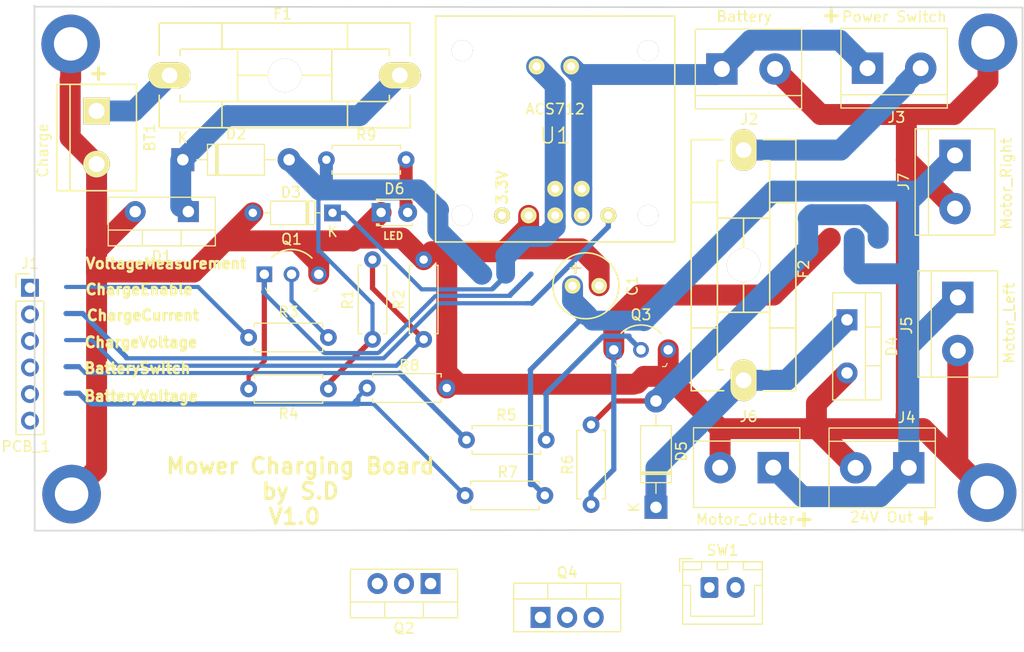
<source format=kicad_pcb>
(kicad_pcb (version 20171130) (host pcbnew "(5.1.9)-1")

  (general
    (thickness 1.6)
    (drawings 16)
    (tracks 212)
    (zones 0)
    (modules 36)
    (nets 21)
  )

  (page A4)
  (layers
    (0 F.Cu signal)
    (31 B.Cu signal)
    (32 B.Adhes user)
    (33 F.Adhes user)
    (34 B.Paste user)
    (35 F.Paste user)
    (36 B.SilkS user)
    (37 F.SilkS user)
    (38 B.Mask user)
    (39 F.Mask user)
    (40 Dwgs.User user)
    (41 Cmts.User user)
    (42 Eco1.User user)
    (43 Eco2.User user)
    (44 Edge.Cuts user)
    (45 Margin user)
    (46 B.CrtYd user)
    (47 F.CrtYd user)
    (48 B.Fab user)
    (49 F.Fab user)
  )

  (setup
    (last_trace_width 0.254)
    (user_trace_width 0.4)
    (user_trace_width 0.5)
    (user_trace_width 1.25)
    (user_trace_width 2)
    (user_trace_width 2.25)
    (trace_clearance 0.254)
    (zone_clearance 0.508)
    (zone_45_only no)
    (trace_min 0.2)
    (via_size 0.8)
    (via_drill 0.4)
    (via_min_size 0.4)
    (via_min_drill 0.3)
    (uvia_size 0.3)
    (uvia_drill 0.1)
    (uvias_allowed no)
    (uvia_min_size 0.2)
    (uvia_min_drill 0.1)
    (edge_width 0.05)
    (segment_width 0.2)
    (pcb_text_width 0.3)
    (pcb_text_size 1.5 1.5)
    (mod_edge_width 0.12)
    (mod_text_size 1 1)
    (mod_text_width 0.15)
    (pad_size 4.7 4.7)
    (pad_drill 2.7)
    (pad_to_mask_clearance 0)
    (aux_axis_origin 0 0)
    (visible_elements 7FFFFFFF)
    (pcbplotparams
      (layerselection 0x010fc_ffffffff)
      (usegerberextensions false)
      (usegerberattributes true)
      (usegerberadvancedattributes true)
      (creategerberjobfile true)
      (excludeedgelayer true)
      (linewidth 0.100000)
      (plotframeref true)
      (viasonmask false)
      (mode 1)
      (useauxorigin false)
      (hpglpennumber 1)
      (hpglpenspeed 20)
      (hpglpendiameter 15.000000)
      (psnegative false)
      (psa4output false)
      (plotreference true)
      (plotvalue true)
      (plotinvisibletext false)
      (padsonsilk false)
      (subtractmaskfromsilk false)
      (outputformat 1)
      (mirror false)
      (drillshape 0)
      (scaleselection 1)
      (outputdirectory "GerberCharging/"))
  )

  (net 0 "")
  (net 1 GND)
  (net 2 "Net-(BT1-Pad1)")
  (net 3 "Net-(C1-Pad1)")
  (net 4 "Net-(D1-Pad1)")
  (net 5 "Net-(D2-Pad2)")
  (net 6 "Net-(D3-Pad1)")
  (net 7 "Net-(D4-Pad1)")
  (net 8 "Net-(D5-Pad2)")
  (net 9 "Net-(F2-Pad1)")
  (net 10 pinChargeCurrent)
  (net 11 pinChargeVoltage)
  (net 12 pinBatterySwitch)
  (net 13 pinBatteryVoltage)
  (net 14 "Net-(J2-Pad1)")
  (net 15 "Net-(Q1-Pad1)")
  (net 16 "Net-(Q1-Pad2)")
  (net 17 "Net-(Q3-Pad1)")
  (net 18 "Net-(Q3-Pad2)")
  (net 19 "Net-(D6-Pad2)")
  (net 20 pinChargeRelay)

  (net_class Default "Dies ist die voreingestellte Netzklasse."
    (clearance 0.254)
    (trace_width 0.254)
    (via_dia 0.8)
    (via_drill 0.4)
    (uvia_dia 0.3)
    (uvia_drill 0.1)
    (diff_pair_width 0.254)
    (diff_pair_gap 0.254)
    (add_net GND)
    (add_net "Net-(BT1-Pad1)")
    (add_net "Net-(C1-Pad1)")
    (add_net "Net-(D1-Pad1)")
    (add_net "Net-(D2-Pad2)")
    (add_net "Net-(D3-Pad1)")
    (add_net "Net-(D4-Pad1)")
    (add_net "Net-(D5-Pad2)")
    (add_net "Net-(D6-Pad2)")
    (add_net "Net-(F2-Pad1)")
    (add_net "Net-(J2-Pad1)")
    (add_net "Net-(Q1-Pad1)")
    (add_net "Net-(Q1-Pad2)")
    (add_net "Net-(Q3-Pad1)")
    (add_net "Net-(Q3-Pad2)")
    (add_net pinBatterySwitch)
    (add_net pinBatteryVoltage)
    (add_net pinChargeCurrent)
    (add_net pinChargeRelay)
    (add_net pinChargeVoltage)
    (add_net pinVoltageMeasurement)
  )

  (net_class +24V ""
    (clearance 0.55)
    (trace_width 1.5)
    (via_dia 0.8)
    (via_drill 0.4)
    (uvia_dia 0.3)
    (uvia_drill 0.1)
    (diff_pair_width 0.55)
    (diff_pair_gap 1.5)
  )

  (net_class +3V ""
    (clearance 0.254)
    (trace_width 0.5)
    (via_dia 0.8)
    (via_drill 0.4)
    (uvia_dia 0.3)
    (uvia_drill 0.1)
    (diff_pair_width 0.5)
    (diff_pair_gap 0.5)
  )

  (module Connector_JST:JST_XH_B2B-XH-A_1x02_P2.50mm_Vertical (layer F.Cu) (tedit 5C28146C) (tstamp 60A22B94)
    (at 134.21 159.89)
    (descr "JST XH series connector, B2B-XH-A (http://www.jst-mfg.com/product/pdf/eng/eXH.pdf), generated with kicad-footprint-generator")
    (tags "connector JST XH vertical")
    (path /60ADB192)
    (fp_text reference SW1 (at 1.25 -3.55) (layer F.SilkS)
      (effects (font (size 1 1) (thickness 0.15)))
    )
    (fp_text value SW_Push (at 1.25 4.6) (layer F.Fab)
      (effects (font (size 1 1) (thickness 0.15)))
    )
    (fp_text user %R (at 1.25 2.7) (layer F.Fab)
      (effects (font (size 1 1) (thickness 0.15)))
    )
    (fp_line (start -2.45 -2.35) (end -2.45 3.4) (layer F.Fab) (width 0.1))
    (fp_line (start -2.45 3.4) (end 4.95 3.4) (layer F.Fab) (width 0.1))
    (fp_line (start 4.95 3.4) (end 4.95 -2.35) (layer F.Fab) (width 0.1))
    (fp_line (start 4.95 -2.35) (end -2.45 -2.35) (layer F.Fab) (width 0.1))
    (fp_line (start -2.56 -2.46) (end -2.56 3.51) (layer F.SilkS) (width 0.12))
    (fp_line (start -2.56 3.51) (end 5.06 3.51) (layer F.SilkS) (width 0.12))
    (fp_line (start 5.06 3.51) (end 5.06 -2.46) (layer F.SilkS) (width 0.12))
    (fp_line (start 5.06 -2.46) (end -2.56 -2.46) (layer F.SilkS) (width 0.12))
    (fp_line (start -2.95 -2.85) (end -2.95 3.9) (layer F.CrtYd) (width 0.05))
    (fp_line (start -2.95 3.9) (end 5.45 3.9) (layer F.CrtYd) (width 0.05))
    (fp_line (start 5.45 3.9) (end 5.45 -2.85) (layer F.CrtYd) (width 0.05))
    (fp_line (start 5.45 -2.85) (end -2.95 -2.85) (layer F.CrtYd) (width 0.05))
    (fp_line (start -0.625 -2.35) (end 0 -1.35) (layer F.Fab) (width 0.1))
    (fp_line (start 0 -1.35) (end 0.625 -2.35) (layer F.Fab) (width 0.1))
    (fp_line (start 0.75 -2.45) (end 0.75 -1.7) (layer F.SilkS) (width 0.12))
    (fp_line (start 0.75 -1.7) (end 1.75 -1.7) (layer F.SilkS) (width 0.12))
    (fp_line (start 1.75 -1.7) (end 1.75 -2.45) (layer F.SilkS) (width 0.12))
    (fp_line (start 1.75 -2.45) (end 0.75 -2.45) (layer F.SilkS) (width 0.12))
    (fp_line (start -2.55 -2.45) (end -2.55 -1.7) (layer F.SilkS) (width 0.12))
    (fp_line (start -2.55 -1.7) (end -0.75 -1.7) (layer F.SilkS) (width 0.12))
    (fp_line (start -0.75 -1.7) (end -0.75 -2.45) (layer F.SilkS) (width 0.12))
    (fp_line (start -0.75 -2.45) (end -2.55 -2.45) (layer F.SilkS) (width 0.12))
    (fp_line (start 3.25 -2.45) (end 3.25 -1.7) (layer F.SilkS) (width 0.12))
    (fp_line (start 3.25 -1.7) (end 5.05 -1.7) (layer F.SilkS) (width 0.12))
    (fp_line (start 5.05 -1.7) (end 5.05 -2.45) (layer F.SilkS) (width 0.12))
    (fp_line (start 5.05 -2.45) (end 3.25 -2.45) (layer F.SilkS) (width 0.12))
    (fp_line (start -2.55 -0.2) (end -1.8 -0.2) (layer F.SilkS) (width 0.12))
    (fp_line (start -1.8 -0.2) (end -1.8 2.75) (layer F.SilkS) (width 0.12))
    (fp_line (start -1.8 2.75) (end 1.25 2.75) (layer F.SilkS) (width 0.12))
    (fp_line (start 5.05 -0.2) (end 4.3 -0.2) (layer F.SilkS) (width 0.12))
    (fp_line (start 4.3 -0.2) (end 4.3 2.75) (layer F.SilkS) (width 0.12))
    (fp_line (start 4.3 2.75) (end 1.25 2.75) (layer F.SilkS) (width 0.12))
    (fp_line (start -1.6 -2.75) (end -2.85 -2.75) (layer F.SilkS) (width 0.12))
    (fp_line (start -2.85 -2.75) (end -2.85 -1.5) (layer F.SilkS) (width 0.12))
    (pad 2 thru_hole oval (at 2.5 0) (size 1.7 2) (drill 1) (layers *.Cu *.Mask)
      (net 1 GND))
    (pad 1 thru_hole roundrect (at 0 0) (size 1.7 2) (drill 1) (layers *.Cu *.Mask) (roundrect_rratio 0.147059)
      (net 17 "Net-(Q3-Pad1)"))
    (model ${KISYS3DMOD}/Connector_JST.3dshapes/JST_XH_B2B-XH-A_1x02_P2.50mm_Vertical.wrl
      (at (xyz 0 0 0))
      (scale (xyz 1 1 1))
      (rotate (xyz 0 0 0))
    )
  )

  (module Package_TO_SOT_THT:TO-220-3_Vertical (layer F.Cu) (tedit 5AC8BA0D) (tstamp 60A21D92)
    (at 118.07 162.75)
    (descr "TO-220-3, Vertical, RM 2.54mm, see https://www.vishay.com/docs/66542/to-220-1.pdf")
    (tags "TO-220-3 Vertical RM 2.54mm")
    (path /60AF8999)
    (fp_text reference Q4 (at 2.54 -4.27) (layer F.SilkS)
      (effects (font (size 1 1) (thickness 0.15)))
    )
    (fp_text value IRF9540N (at 2.54 2.5) (layer F.Fab)
      (effects (font (size 1 1) (thickness 0.15)))
    )
    (fp_text user %R (at 2.54 -4.27) (layer F.Fab)
      (effects (font (size 1 1) (thickness 0.15)))
    )
    (fp_line (start -2.46 -3.15) (end -2.46 1.25) (layer F.Fab) (width 0.1))
    (fp_line (start -2.46 1.25) (end 7.54 1.25) (layer F.Fab) (width 0.1))
    (fp_line (start 7.54 1.25) (end 7.54 -3.15) (layer F.Fab) (width 0.1))
    (fp_line (start 7.54 -3.15) (end -2.46 -3.15) (layer F.Fab) (width 0.1))
    (fp_line (start -2.46 -1.88) (end 7.54 -1.88) (layer F.Fab) (width 0.1))
    (fp_line (start 0.69 -3.15) (end 0.69 -1.88) (layer F.Fab) (width 0.1))
    (fp_line (start 4.39 -3.15) (end 4.39 -1.88) (layer F.Fab) (width 0.1))
    (fp_line (start -2.58 -3.27) (end 7.66 -3.27) (layer F.SilkS) (width 0.12))
    (fp_line (start -2.58 1.371) (end 7.66 1.371) (layer F.SilkS) (width 0.12))
    (fp_line (start -2.58 -3.27) (end -2.58 1.371) (layer F.SilkS) (width 0.12))
    (fp_line (start 7.66 -3.27) (end 7.66 1.371) (layer F.SilkS) (width 0.12))
    (fp_line (start -2.58 -1.76) (end 7.66 -1.76) (layer F.SilkS) (width 0.12))
    (fp_line (start 0.69 -3.27) (end 0.69 -1.76) (layer F.SilkS) (width 0.12))
    (fp_line (start 4.391 -3.27) (end 4.391 -1.76) (layer F.SilkS) (width 0.12))
    (fp_line (start -2.71 -3.4) (end -2.71 1.51) (layer F.CrtYd) (width 0.05))
    (fp_line (start -2.71 1.51) (end 7.79 1.51) (layer F.CrtYd) (width 0.05))
    (fp_line (start 7.79 1.51) (end 7.79 -3.4) (layer F.CrtYd) (width 0.05))
    (fp_line (start 7.79 -3.4) (end -2.71 -3.4) (layer F.CrtYd) (width 0.05))
    (pad 3 thru_hole oval (at 5.08 0) (size 1.905 2) (drill 1.1) (layers *.Cu *.Mask)
      (net 3 "Net-(C1-Pad1)"))
    (pad 2 thru_hole oval (at 2.54 0) (size 1.905 2) (drill 1.1) (layers *.Cu *.Mask)
      (net 8 "Net-(D5-Pad2)"))
    (pad 1 thru_hole rect (at 0 0) (size 1.905 2) (drill 1.1) (layers *.Cu *.Mask)
      (net 17 "Net-(Q3-Pad1)"))
    (model ${KISYS3DMOD}/Package_TO_SOT_THT.3dshapes/TO-220-3_Vertical.wrl
      (at (xyz 0 0 0))
      (scale (xyz 1 1 1))
      (rotate (xyz 0 0 0))
    )
  )

  (module Package_TO_SOT_THT:TO-220-3_Vertical (layer F.Cu) (tedit 5AC8BA0D) (tstamp 60A21D4E)
    (at 107.56 159.52 180)
    (descr "TO-220-3, Vertical, RM 2.54mm, see https://www.vishay.com/docs/66542/to-220-1.pdf")
    (tags "TO-220-3 Vertical RM 2.54mm")
    (path /60B073F2)
    (fp_text reference Q2 (at 2.54 -4.27) (layer F.SilkS)
      (effects (font (size 1 1) (thickness 0.15)))
    )
    (fp_text value IRF9540N (at 2.54 2.5) (layer F.Fab)
      (effects (font (size 1 1) (thickness 0.15)))
    )
    (fp_text user %R (at 2.54 -4.27) (layer F.Fab)
      (effects (font (size 1 1) (thickness 0.15)))
    )
    (fp_line (start -2.46 -3.15) (end -2.46 1.25) (layer F.Fab) (width 0.1))
    (fp_line (start -2.46 1.25) (end 7.54 1.25) (layer F.Fab) (width 0.1))
    (fp_line (start 7.54 1.25) (end 7.54 -3.15) (layer F.Fab) (width 0.1))
    (fp_line (start 7.54 -3.15) (end -2.46 -3.15) (layer F.Fab) (width 0.1))
    (fp_line (start -2.46 -1.88) (end 7.54 -1.88) (layer F.Fab) (width 0.1))
    (fp_line (start 0.69 -3.15) (end 0.69 -1.88) (layer F.Fab) (width 0.1))
    (fp_line (start 4.39 -3.15) (end 4.39 -1.88) (layer F.Fab) (width 0.1))
    (fp_line (start -2.58 -3.27) (end 7.66 -3.27) (layer F.SilkS) (width 0.12))
    (fp_line (start -2.58 1.371) (end 7.66 1.371) (layer F.SilkS) (width 0.12))
    (fp_line (start -2.58 -3.27) (end -2.58 1.371) (layer F.SilkS) (width 0.12))
    (fp_line (start 7.66 -3.27) (end 7.66 1.371) (layer F.SilkS) (width 0.12))
    (fp_line (start -2.58 -1.76) (end 7.66 -1.76) (layer F.SilkS) (width 0.12))
    (fp_line (start 0.69 -3.27) (end 0.69 -1.76) (layer F.SilkS) (width 0.12))
    (fp_line (start 4.391 -3.27) (end 4.391 -1.76) (layer F.SilkS) (width 0.12))
    (fp_line (start -2.71 -3.4) (end -2.71 1.51) (layer F.CrtYd) (width 0.05))
    (fp_line (start -2.71 1.51) (end 7.79 1.51) (layer F.CrtYd) (width 0.05))
    (fp_line (start 7.79 1.51) (end 7.79 -3.4) (layer F.CrtYd) (width 0.05))
    (fp_line (start 7.79 -3.4) (end -2.71 -3.4) (layer F.CrtYd) (width 0.05))
    (pad 3 thru_hole oval (at 5.08 0 180) (size 1.905 2) (drill 1.1) (layers *.Cu *.Mask)
      (net 6 "Net-(D3-Pad1)"))
    (pad 2 thru_hole oval (at 2.54 0 180) (size 1.905 2) (drill 1.1) (layers *.Cu *.Mask)
      (net 5 "Net-(D2-Pad2)"))
    (pad 1 thru_hole rect (at 0 0 180) (size 1.905 2) (drill 1.1) (layers *.Cu *.Mask)
      (net 15 "Net-(Q1-Pad1)"))
    (model ${KISYS3DMOD}/Package_TO_SOT_THT.3dshapes/TO-220-3_Vertical.wrl
      (at (xyz 0 0 0))
      (scale (xyz 1 1 1))
      (rotate (xyz 0 0 0))
    )
  )

  (module TerminalBlock:TerminalBlock_bornier-2_P5.08mm (layer F.Cu) (tedit 59FF03AB) (tstamp 60720563)
    (at 149.32 110.26)
    (descr "simple 2-pin terminal block, pitch 5.08mm, revamped version of bornier2")
    (tags "terminal block bornier2")
    (path /607207B7)
    (fp_text reference J3 (at 2.76 4.71) (layer F.SilkS)
      (effects (font (size 1 1) (thickness 0.15)))
    )
    (fp_text value "Power Switch" (at 2.56 -4.91) (layer F.SilkS)
      (effects (font (size 1 1) (thickness 0.15)))
    )
    (fp_line (start 7.79 4) (end -2.71 4) (layer F.CrtYd) (width 0.05))
    (fp_line (start 7.79 4) (end 7.79 -4) (layer F.CrtYd) (width 0.05))
    (fp_line (start -2.71 -4) (end -2.71 4) (layer F.CrtYd) (width 0.05))
    (fp_line (start -2.71 -4) (end 7.79 -4) (layer F.CrtYd) (width 0.05))
    (fp_line (start -2.54 3.81) (end 7.62 3.81) (layer F.SilkS) (width 0.12))
    (fp_line (start -2.54 -3.81) (end -2.54 3.81) (layer F.SilkS) (width 0.12))
    (fp_line (start 7.62 -3.81) (end -2.54 -3.81) (layer F.SilkS) (width 0.12))
    (fp_line (start 7.62 3.81) (end 7.62 -3.81) (layer F.SilkS) (width 0.12))
    (fp_line (start 7.62 2.54) (end -2.54 2.54) (layer F.SilkS) (width 0.12))
    (fp_line (start 7.54 -3.75) (end -2.46 -3.75) (layer F.Fab) (width 0.1))
    (fp_line (start 7.54 3.75) (end 7.54 -3.75) (layer F.Fab) (width 0.1))
    (fp_line (start -2.46 3.75) (end 7.54 3.75) (layer F.Fab) (width 0.1))
    (fp_line (start -2.46 -3.75) (end -2.46 3.75) (layer F.Fab) (width 0.1))
    (fp_line (start -2.41 2.55) (end 7.49 2.55) (layer F.Fab) (width 0.1))
    (fp_text user %R (at 2.54 0) (layer F.Fab)
      (effects (font (size 1 1) (thickness 0.15)))
    )
    (pad 2 thru_hole circle (at 5.08 0) (size 3 3) (drill 1.52) (layers *.Cu *.Mask)
      (net 9 "Net-(F2-Pad1)"))
    (pad 1 thru_hole rect (at 0 0) (size 3 3) (drill 1.52) (layers *.Cu *.Mask)
      (net 14 "Net-(J2-Pad1)"))
    (model ${KISYS3DMOD}/TerminalBlock.3dshapes/TerminalBlock_bornier-2_P5.08mm.wrl
      (offset (xyz 2.539999961853027 0 0))
      (scale (xyz 1 1 1))
      (rotate (xyz 0 0 0))
    )
  )

  (module MountingHole:MountingHole_3.2mm_M3_DIN965_Pad_TopBottom (layer F.Cu) (tedit 56D1B4CB) (tstamp 60731518)
    (at 160.83 107.84)
    (descr "Mounting Hole 3.2mm, M3, DIN965")
    (tags "mounting hole 3.2mm m3 din965")
    (path /6073E1F7)
    (attr virtual)
    (fp_text reference H2 (at -4.18 -2.28) (layer F.SilkS) hide
      (effects (font (size 1 1) (thickness 0.15)))
    )
    (fp_text value MountingHole_Pad (at -12.09 -2.28) (layer F.SilkS) hide
      (effects (font (size 1 1) (thickness 0.15)))
    )
    (fp_circle (center 0 0) (end 3.05 0) (layer F.CrtYd) (width 0.05))
    (fp_circle (center 0 0) (end 2.8 0) (layer Cmts.User) (width 0.15))
    (fp_text user %R (at 0.3 0) (layer F.Fab) hide
      (effects (font (size 1 1) (thickness 0.15)))
    )
    (pad 1 connect circle (at 0 0) (size 5.6 5.6) (layers B.Cu B.Mask)
      (net 1 GND))
    (pad 1 connect circle (at 0 0) (size 5.6 5.6) (layers F.Cu F.Mask)
      (net 1 GND))
    (pad 1 thru_hole circle (at 0 0) (size 3.6 3.6) (drill 3.2) (layers *.Cu *.Mask)
      (net 1 GND))
  )

  (module MountingHole:MountingHole_3.2mm_M3_DIN965_Pad_TopBottom (layer F.Cu) (tedit 56D1B4CB) (tstamp 6073152C)
    (at 73.25 150.97)
    (descr "Mounting Hole 3.2mm, M3, DIN965")
    (tags "mounting hole 3.2mm m3 din965")
    (path /6073E5C5)
    (attr virtual)
    (fp_text reference H4 (at 0 -3.8) (layer F.SilkS) hide
      (effects (font (size 1 1) (thickness 0.15)))
    )
    (fp_text value MountingHole_Pad (at 9.55 2.2) (layer F.Fab) hide
      (effects (font (size 1 1) (thickness 0.15)))
    )
    (fp_circle (center 0 0) (end 3.05 0) (layer F.CrtYd) (width 0.05))
    (fp_circle (center 0 0) (end 2.8 0) (layer Cmts.User) (width 0.15))
    (fp_text user %R (at 0.3 0) (layer F.Fab) hide
      (effects (font (size 1 1) (thickness 0.15)))
    )
    (pad 1 connect circle (at 0 0) (size 5.6 5.6) (layers B.Cu B.Mask)
      (net 1 GND))
    (pad 1 connect circle (at 0 0) (size 5.6 5.6) (layers F.Cu F.Mask)
      (net 1 GND))
    (pad 1 thru_hole circle (at 0 0) (size 3.6 3.6) (drill 3.2) (layers *.Cu *.Mask)
      (net 1 GND))
  )

  (module MountingHole:MountingHole_3.2mm_M3_DIN965_Pad_TopBottom (layer F.Cu) (tedit 56D1B4CB) (tstamp 60731522)
    (at 160.75 150.82)
    (descr "Mounting Hole 3.2mm, M3, DIN965")
    (tags "mounting hole 3.2mm m3 din965")
    (path /6073E399)
    (attr virtual)
    (fp_text reference H3 (at 0 -3.8) (layer F.SilkS) hide
      (effects (font (size 1 1) (thickness 0.15)))
    )
    (fp_text value MountingHole_Pad (at -9.72 2.51) (layer F.Fab) hide
      (effects (font (size 1 1) (thickness 0.15)))
    )
    (fp_circle (center 0 0) (end 3.05 0) (layer F.CrtYd) (width 0.05))
    (fp_circle (center 0 0) (end 2.8 0) (layer Cmts.User) (width 0.15))
    (fp_text user %R (at 0.3 0) (layer F.Fab) hide
      (effects (font (size 1 1) (thickness 0.15)))
    )
    (pad 1 connect circle (at 0 0) (size 5.6 5.6) (layers B.Cu B.Mask)
      (net 1 GND))
    (pad 1 connect circle (at 0 0) (size 5.6 5.6) (layers F.Cu F.Mask)
      (net 1 GND))
    (pad 1 thru_hole circle (at 0 0) (size 3.6 3.6) (drill 3.2) (layers *.Cu *.Mask)
      (net 1 GND))
  )

  (module MountingHole:MountingHole_3.2mm_M3_DIN965_Pad_TopBottom (layer F.Cu) (tedit 56D1B4CB) (tstamp 6073150E)
    (at 73.16 107.94)
    (descr "Mounting Hole 3.2mm, M3, DIN965")
    (tags "mounting hole 3.2mm m3 din965")
    (path /6073B4AE)
    (attr virtual)
    (fp_text reference H1 (at 4.25 -2.49) (layer F.SilkS) hide
      (effects (font (size 1 1) (thickness 0.15)))
    )
    (fp_text value MountingHole_Pad (at 12.49 -2.39) (layer F.Fab) hide
      (effects (font (size 1 1) (thickness 0.15)))
    )
    (fp_circle (center 0 0) (end 3.05 0) (layer F.CrtYd) (width 0.05))
    (fp_circle (center 0 0) (end 2.8 0) (layer Cmts.User) (width 0.15))
    (fp_text user %R (at 0.3 0) (layer F.Fab) hide
      (effects (font (size 1 1) (thickness 0.15)))
    )
    (pad 1 connect circle (at 0 0) (size 5.6 5.6) (layers B.Cu B.Mask)
      (net 1 GND))
    (pad 1 connect circle (at 0 0) (size 5.6 5.6) (layers F.Cu F.Mask)
      (net 1 GND))
    (pad 1 thru_hole circle (at 0 0) (size 3.6 3.6) (drill 3.2) (layers *.Cu *.Mask)
      (net 1 GND))
  )

  (module LED_THT:LED_D1.8mm_W3.3mm_H2.4mm (layer F.Cu) (tedit 5880A862) (tstamp 60731407)
    (at 102.83 124.05)
    (descr "LED, Round,  Rectangular size 3.3x2.4mm^2 diameter 1.8mm, 2 pins")
    (tags "LED Round  Rectangular size 3.3x2.4mm^2 diameter 1.8mm 2 pins")
    (path /6073C265)
    (fp_text reference D6 (at 1.27 -2.26) (layer F.SilkS)
      (effects (font (size 1 1) (thickness 0.15)))
    )
    (fp_text value LED (at 1.16 2.24) (layer F.SilkS)
      (effects (font (size 0.7 0.7) (thickness 0.15)))
    )
    (fp_circle (center 1.27 0) (end 2.17 0) (layer F.Fab) (width 0.1))
    (fp_line (start -0.38 -1.2) (end -0.38 1.2) (layer F.Fab) (width 0.1))
    (fp_line (start -0.38 1.2) (end 2.92 1.2) (layer F.Fab) (width 0.1))
    (fp_line (start 2.92 1.2) (end 2.92 -1.2) (layer F.Fab) (width 0.1))
    (fp_line (start 2.92 -1.2) (end -0.38 -1.2) (layer F.Fab) (width 0.1))
    (fp_line (start -0.44 -1.26) (end 2.98 -1.26) (layer F.SilkS) (width 0.12))
    (fp_line (start -0.44 1.26) (end 2.98 1.26) (layer F.SilkS) (width 0.12))
    (fp_line (start -0.44 -1.26) (end -0.44 -1.08) (layer F.SilkS) (width 0.12))
    (fp_line (start -0.44 1.08) (end -0.44 1.26) (layer F.SilkS) (width 0.12))
    (fp_line (start 2.98 -1.26) (end 2.98 -1.095) (layer F.SilkS) (width 0.12))
    (fp_line (start 2.98 1.095) (end 2.98 1.26) (layer F.SilkS) (width 0.12))
    (fp_line (start -0.32 -1.26) (end -0.32 -1.08) (layer F.SilkS) (width 0.12))
    (fp_line (start -0.32 1.08) (end -0.32 1.26) (layer F.SilkS) (width 0.12))
    (fp_line (start -0.2 -1.26) (end -0.2 -1.08) (layer F.SilkS) (width 0.12))
    (fp_line (start -0.2 1.08) (end -0.2 1.26) (layer F.SilkS) (width 0.12))
    (fp_line (start -1.15 -1.55) (end -1.15 1.55) (layer F.CrtYd) (width 0.05))
    (fp_line (start -1.15 1.55) (end 3.7 1.55) (layer F.CrtYd) (width 0.05))
    (fp_line (start 3.7 1.55) (end 3.7 -1.55) (layer F.CrtYd) (width 0.05))
    (fp_line (start 3.7 -1.55) (end -1.15 -1.55) (layer F.CrtYd) (width 0.05))
    (pad 2 thru_hole circle (at 2.54 0) (size 1.8 1.8) (drill 0.9) (layers *.Cu *.Mask)
      (net 19 "Net-(D6-Pad2)"))
    (pad 1 thru_hole rect (at 0 0) (size 1.8 1.8) (drill 0.9) (layers *.Cu *.Mask)
      (net 1 GND))
    (model ${KISYS3DMOD}/LED_THT.3dshapes/LED_D1.8mm_W3.3mm_H2.4mm.wrl
      (at (xyz 0 0 0))
      (scale (xyz 1 1 1))
      (rotate (xyz 0 0 0))
    )
  )

  (module Resistor_THT:R_Axial_DIN0207_L6.3mm_D2.5mm_P7.62mm_Horizontal (layer F.Cu) (tedit 5AE5139B) (tstamp 60730A9B)
    (at 97.6 119.01)
    (descr "Resistor, Axial_DIN0207 series, Axial, Horizontal, pin pitch=7.62mm, 0.25W = 1/4W, length*diameter=6.3*2.5mm^2, http://cdn-reichelt.de/documents/datenblatt/B400/1_4W%23YAG.pdf")
    (tags "Resistor Axial_DIN0207 series Axial Horizontal pin pitch 7.62mm 0.25W = 1/4W length 6.3mm diameter 2.5mm")
    (path /60730CD6)
    (fp_text reference R9 (at 3.81 -2.37) (layer F.SilkS)
      (effects (font (size 1 1) (thickness 0.15)))
    )
    (fp_text value 4.7kO (at 3.81 2.37) (layer F.Fab)
      (effects (font (size 1 1) (thickness 0.15)))
    )
    (fp_line (start 0.66 -1.25) (end 0.66 1.25) (layer F.Fab) (width 0.1))
    (fp_line (start 0.66 1.25) (end 6.96 1.25) (layer F.Fab) (width 0.1))
    (fp_line (start 6.96 1.25) (end 6.96 -1.25) (layer F.Fab) (width 0.1))
    (fp_line (start 6.96 -1.25) (end 0.66 -1.25) (layer F.Fab) (width 0.1))
    (fp_line (start 0 0) (end 0.66 0) (layer F.Fab) (width 0.1))
    (fp_line (start 7.62 0) (end 6.96 0) (layer F.Fab) (width 0.1))
    (fp_line (start 0.54 -1.04) (end 0.54 -1.37) (layer F.SilkS) (width 0.12))
    (fp_line (start 0.54 -1.37) (end 7.08 -1.37) (layer F.SilkS) (width 0.12))
    (fp_line (start 7.08 -1.37) (end 7.08 -1.04) (layer F.SilkS) (width 0.12))
    (fp_line (start 0.54 1.04) (end 0.54 1.37) (layer F.SilkS) (width 0.12))
    (fp_line (start 0.54 1.37) (end 7.08 1.37) (layer F.SilkS) (width 0.12))
    (fp_line (start 7.08 1.37) (end 7.08 1.04) (layer F.SilkS) (width 0.12))
    (fp_line (start -1.05 -1.5) (end -1.05 1.5) (layer F.CrtYd) (width 0.05))
    (fp_line (start -1.05 1.5) (end 8.67 1.5) (layer F.CrtYd) (width 0.05))
    (fp_line (start 8.67 1.5) (end 8.67 -1.5) (layer F.CrtYd) (width 0.05))
    (fp_line (start 8.67 -1.5) (end -1.05 -1.5) (layer F.CrtYd) (width 0.05))
    (fp_text user %R (at 3.18 -0.05) (layer F.Fab)
      (effects (font (size 1 1) (thickness 0.15)))
    )
    (pad 2 thru_hole oval (at 7.62 0) (size 1.6 1.6) (drill 0.8) (layers *.Cu *.Mask)
      (net 19 "Net-(D6-Pad2)"))
    (pad 1 thru_hole circle (at 0 0) (size 1.6 1.6) (drill 0.8) (layers *.Cu *.Mask)
      (net 5 "Net-(D2-Pad2)"))
    (model ${KISYS3DMOD}/Resistor_THT.3dshapes/R_Axial_DIN0207_L6.3mm_D2.5mm_P7.62mm_Horizontal.wrl
      (at (xyz 0 0 0))
      (scale (xyz 1 1 1))
      (rotate (xyz 0 0 0))
    )
  )

  (module Zimprich:INA169_mit_Pinnummern (layer F.Cu) (tedit 57322366) (tstamp 607206F3)
    (at 119.47 116.71)
    (path /60718D60)
    (fp_text reference U1 (at 0 0 180) (layer F.SilkS)
      (effects (font (size 1.5 1.5) (thickness 0.15)))
    )
    (fp_text value ACS712 (at 0 -2.54 180) (layer F.SilkS)
      (effects (font (size 1 1) (thickness 0.15)))
    )
    (fp_line (start -11.43 -8.89) (end -11.43 10.16) (layer F.SilkS) (width 0.15))
    (fp_line (start 11.43 10.16) (end 11.43 -8.89) (layer F.SilkS) (width 0.15))
    (fp_line (start 11.43 -8.89) (end 11.43 -10.16) (layer F.SilkS) (width 0.15))
    (fp_line (start 11.43 -11.43) (end 11.43 -8.89) (layer F.SilkS) (width 0.15))
    (fp_line (start -11.43 -11.43) (end 11.43 -11.43) (layer F.SilkS) (width 0.15))
    (fp_line (start -11.43 -8.89) (end -11.43 -11.43) (layer F.SilkS) (width 0.15))
    (fp_line (start 11.43 10.16) (end -11.43 10.16) (layer F.SilkS) (width 0.15))
    (pad 4 thru_hole circle (at 2.54 5.08) (size 1.524 1.524) (drill 0.762) (layers *.Cu *.Mask F.SilkS)
      (net 14 "Net-(J2-Pad1)"))
    (pad 5 thru_hole circle (at 0 5.08) (size 1.524 1.524) (drill 0.762) (layers *.Cu *.Mask F.SilkS)
      (net 6 "Net-(D3-Pad1)"))
    (pad 5 thru_hole circle (at 0 7.62) (size 1.524 1.524) (drill 0.762) (layers *.Cu *.Mask F.SilkS)
      (net 6 "Net-(D3-Pad1)"))
    (pad 4 thru_hole circle (at 2.54 7.62) (size 1.524 1.524) (drill 0.762) (layers *.Cu *.Mask F.SilkS)
      (net 14 "Net-(J2-Pad1)"))
    (pad "" thru_hole circle (at 8.89 -8.128) (size 2 2) (drill 2) (layers *.Cu *.Mask F.SilkS))
    (pad "" thru_hole circle (at -8.89 -8.128) (size 2 2) (drill 2) (layers *.Cu *.Mask F.SilkS))
    (pad "" thru_hole circle (at 8.89 7.62) (size 2 2) (drill 2) (layers *.Cu *.Mask F.SilkS))
    (pad "" thru_hole circle (at -8.89 7.62) (size 2 2) (drill 2) (layers *.Cu *.Mask F.SilkS))
    (pad 4 thru_hole circle (at 1.524 -6.604) (size 1.524 1.524) (drill 0.762) (layers *.Cu *.Mask F.SilkS)
      (net 14 "Net-(J2-Pad1)"))
    (pad 5 thru_hole circle (at -1.778 -6.604) (size 1.524 1.524) (drill 0.762) (layers *.Cu *.Mask F.SilkS)
      (net 6 "Net-(D3-Pad1)"))
    (pad 3 thru_hole circle (at 5.08 7.62) (size 1.524 1.524) (drill 0.762) (layers *.Cu *.Mask F.SilkS)
      (net 10 pinChargeCurrent))
    (pad 1 thru_hole circle (at -5.08 7.62) (size 1.524 1.524) (drill 0.762) (layers *.Cu *.Mask F.SilkS)
      (net 12 pinBatterySwitch))
    (pad 2 thru_hole circle (at -2.54 7.62) (size 1.524 1.524) (drill 0.762) (layers *.Cu *.Mask F.SilkS)
      (net 1 GND))
    (model ${KISYS3DMOD}/Socket_Strips.3dshapes/Socket_Strip_Straight_1x05.wrl
      (offset (xyz 0 -7.619999885559082 0))
      (scale (xyz 1 1 1))
      (rotate (xyz 0 0 0))
    )
    (model ${KISYS3DMOD}/Socket_Strips.3dshapes/Socket_Strip_Straight_1x02.wrl
      (offset (xyz 1.269999980926514 -5.079999923706055 0))
      (scale (xyz 1 1 1))
      (rotate (xyz 0 0 0))
    )
    (model ${KISYS3DMOD}/Socket_Strips.3dshapes/Socket_Strip_Straight_1x01.wrl
      (offset (xyz -1.777999973297119 6.349999904632568 0))
      (scale (xyz 1 1 1))
      (rotate (xyz 0 0 0))
    )
    (model ${KISYS3DMOD}/Socket_Strips.3dshapes/Socket_Strip_Straight_1x01.wrl
      (offset (xyz 1.523999977111816 6.349999904632568 0))
      (scale (xyz 1 1 1))
      (rotate (xyz 0 0 0))
    )
  )

  (module Resistor_THT:R_Axial_DIN0207_L6.3mm_D2.5mm_P7.62mm_Horizontal (layer F.Cu) (tedit 5AE5139B) (tstamp 607206DB)
    (at 101.49 140.83)
    (descr "Resistor, Axial_DIN0207 series, Axial, Horizontal, pin pitch=7.62mm, 0.25W = 1/4W, length*diameter=6.3*2.5mm^2, http://cdn-reichelt.de/documents/datenblatt/B400/1_4W%23YAG.pdf")
    (tags "Resistor Axial_DIN0207 series Axial Horizontal pin pitch 7.62mm 0.25W = 1/4W length 6.3mm diameter 2.5mm")
    (path /6075CAE4)
    (fp_text reference R8 (at 4.04 -2.15) (layer F.SilkS)
      (effects (font (size 1 1) (thickness 0.15)))
    )
    (fp_text value 10k (at 10.57 0.91) (layer F.Fab)
      (effects (font (size 1 1) (thickness 0.15)))
    )
    (fp_line (start 8.67 -1.5) (end -1.05 -1.5) (layer F.CrtYd) (width 0.05))
    (fp_line (start 8.67 1.5) (end 8.67 -1.5) (layer F.CrtYd) (width 0.05))
    (fp_line (start -1.05 1.5) (end 8.67 1.5) (layer F.CrtYd) (width 0.05))
    (fp_line (start -1.05 -1.5) (end -1.05 1.5) (layer F.CrtYd) (width 0.05))
    (fp_line (start 7.08 1.37) (end 7.08 1.04) (layer F.SilkS) (width 0.12))
    (fp_line (start 0.54 1.37) (end 7.08 1.37) (layer F.SilkS) (width 0.12))
    (fp_line (start 0.54 1.04) (end 0.54 1.37) (layer F.SilkS) (width 0.12))
    (fp_line (start 7.08 -1.37) (end 7.08 -1.04) (layer F.SilkS) (width 0.12))
    (fp_line (start 0.54 -1.37) (end 7.08 -1.37) (layer F.SilkS) (width 0.12))
    (fp_line (start 0.54 -1.04) (end 0.54 -1.37) (layer F.SilkS) (width 0.12))
    (fp_line (start 7.62 0) (end 6.96 0) (layer F.Fab) (width 0.1))
    (fp_line (start 0 0) (end 0.66 0) (layer F.Fab) (width 0.1))
    (fp_line (start 6.96 -1.25) (end 0.66 -1.25) (layer F.Fab) (width 0.1))
    (fp_line (start 6.96 1.25) (end 6.96 -1.25) (layer F.Fab) (width 0.1))
    (fp_line (start 0.66 1.25) (end 6.96 1.25) (layer F.Fab) (width 0.1))
    (fp_line (start 0.66 -1.25) (end 0.66 1.25) (layer F.Fab) (width 0.1))
    (fp_text user %R (at 3.81 0) (layer F.Fab)
      (effects (font (size 1 1) (thickness 0.15)))
    )
    (pad 2 thru_hole oval (at 7.62 0) (size 1.6 1.6) (drill 0.8) (layers *.Cu *.Mask)
      (net 1 GND))
    (pad 1 thru_hole circle (at 0 0) (size 1.6 1.6) (drill 0.8) (layers *.Cu *.Mask)
      (net 13 pinBatteryVoltage))
    (model ${KISYS3DMOD}/Resistor_THT.3dshapes/R_Axial_DIN0207_L6.3mm_D2.5mm_P7.62mm_Horizontal.wrl
      (at (xyz 0 0 0))
      (scale (xyz 1 1 1))
      (rotate (xyz 0 0 0))
    )
  )

  (module Resistor_THT:R_Axial_DIN0207_L6.3mm_D2.5mm_P7.62mm_Horizontal (layer F.Cu) (tedit 5AE5139B) (tstamp 607206C4)
    (at 118.48 151.1 180)
    (descr "Resistor, Axial_DIN0207 series, Axial, Horizontal, pin pitch=7.62mm, 0.25W = 1/4W, length*diameter=6.3*2.5mm^2, http://cdn-reichelt.de/documents/datenblatt/B400/1_4W%23YAG.pdf")
    (tags "Resistor Axial_DIN0207 series Axial Horizontal pin pitch 7.62mm 0.25W = 1/4W length 6.3mm diameter 2.5mm")
    (path /6075C810)
    (fp_text reference R7 (at 3.55 2.24) (layer F.SilkS)
      (effects (font (size 1 1) (thickness 0.15)))
    )
    (fp_text value 100k (at 4.15 -2.37) (layer F.Fab)
      (effects (font (size 1 1) (thickness 0.15)))
    )
    (fp_line (start 8.67 -1.5) (end -1.05 -1.5) (layer F.CrtYd) (width 0.05))
    (fp_line (start 8.67 1.5) (end 8.67 -1.5) (layer F.CrtYd) (width 0.05))
    (fp_line (start -1.05 1.5) (end 8.67 1.5) (layer F.CrtYd) (width 0.05))
    (fp_line (start -1.05 -1.5) (end -1.05 1.5) (layer F.CrtYd) (width 0.05))
    (fp_line (start 7.08 1.37) (end 7.08 1.04) (layer F.SilkS) (width 0.12))
    (fp_line (start 0.54 1.37) (end 7.08 1.37) (layer F.SilkS) (width 0.12))
    (fp_line (start 0.54 1.04) (end 0.54 1.37) (layer F.SilkS) (width 0.12))
    (fp_line (start 7.08 -1.37) (end 7.08 -1.04) (layer F.SilkS) (width 0.12))
    (fp_line (start 0.54 -1.37) (end 7.08 -1.37) (layer F.SilkS) (width 0.12))
    (fp_line (start 0.54 -1.04) (end 0.54 -1.37) (layer F.SilkS) (width 0.12))
    (fp_line (start 7.62 0) (end 6.96 0) (layer F.Fab) (width 0.1))
    (fp_line (start 0 0) (end 0.66 0) (layer F.Fab) (width 0.1))
    (fp_line (start 6.96 -1.25) (end 0.66 -1.25) (layer F.Fab) (width 0.1))
    (fp_line (start 6.96 1.25) (end 6.96 -1.25) (layer F.Fab) (width 0.1))
    (fp_line (start 0.66 1.25) (end 6.96 1.25) (layer F.Fab) (width 0.1))
    (fp_line (start 0.66 -1.25) (end 0.66 1.25) (layer F.Fab) (width 0.1))
    (fp_text user %R (at 3.81 0) (layer F.Fab)
      (effects (font (size 1 1) (thickness 0.15)))
    )
    (pad 2 thru_hole oval (at 7.62 0 180) (size 1.6 1.6) (drill 0.8) (layers *.Cu *.Mask)
      (net 13 pinBatteryVoltage))
    (pad 1 thru_hole circle (at 0 0 180) (size 1.6 1.6) (drill 0.8) (layers *.Cu *.Mask)
      (net 3 "Net-(C1-Pad1)"))
    (model ${KISYS3DMOD}/Resistor_THT.3dshapes/R_Axial_DIN0207_L6.3mm_D2.5mm_P7.62mm_Horizontal.wrl
      (at (xyz 0 0 0))
      (scale (xyz 1 1 1))
      (rotate (xyz 0 0 0))
    )
  )

  (module Resistor_THT:R_Axial_DIN0207_L6.3mm_D2.5mm_P7.62mm_Horizontal (layer F.Cu) (tedit 5AE5139B) (tstamp 607206AD)
    (at 122.9 144.34 270)
    (descr "Resistor, Axial_DIN0207 series, Axial, Horizontal, pin pitch=7.62mm, 0.25W = 1/4W, length*diameter=6.3*2.5mm^2, http://cdn-reichelt.de/documents/datenblatt/B400/1_4W%23YAG.pdf")
    (tags "Resistor Axial_DIN0207 series Axial Horizontal pin pitch 7.62mm 0.25W = 1/4W length 6.3mm diameter 2.5mm")
    (path /60740775)
    (fp_text reference R6 (at 3.82 2.26 90) (layer F.SilkS)
      (effects (font (size 1 1) (thickness 0.15)))
    )
    (fp_text value 4k7 (at 3.82 -2.4 90) (layer F.Fab)
      (effects (font (size 1 1) (thickness 0.15)))
    )
    (fp_line (start 8.67 -1.5) (end -1.05 -1.5) (layer F.CrtYd) (width 0.05))
    (fp_line (start 8.67 1.5) (end 8.67 -1.5) (layer F.CrtYd) (width 0.05))
    (fp_line (start -1.05 1.5) (end 8.67 1.5) (layer F.CrtYd) (width 0.05))
    (fp_line (start -1.05 -1.5) (end -1.05 1.5) (layer F.CrtYd) (width 0.05))
    (fp_line (start 7.08 1.37) (end 7.08 1.04) (layer F.SilkS) (width 0.12))
    (fp_line (start 0.54 1.37) (end 7.08 1.37) (layer F.SilkS) (width 0.12))
    (fp_line (start 0.54 1.04) (end 0.54 1.37) (layer F.SilkS) (width 0.12))
    (fp_line (start 7.08 -1.37) (end 7.08 -1.04) (layer F.SilkS) (width 0.12))
    (fp_line (start 0.54 -1.37) (end 7.08 -1.37) (layer F.SilkS) (width 0.12))
    (fp_line (start 0.54 -1.04) (end 0.54 -1.37) (layer F.SilkS) (width 0.12))
    (fp_line (start 7.62 0) (end 6.96 0) (layer F.Fab) (width 0.1))
    (fp_line (start 0 0) (end 0.66 0) (layer F.Fab) (width 0.1))
    (fp_line (start 6.96 -1.25) (end 0.66 -1.25) (layer F.Fab) (width 0.1))
    (fp_line (start 6.96 1.25) (end 6.96 -1.25) (layer F.Fab) (width 0.1))
    (fp_line (start 0.66 1.25) (end 6.96 1.25) (layer F.Fab) (width 0.1))
    (fp_line (start 0.66 -1.25) (end 0.66 1.25) (layer F.Fab) (width 0.1))
    (fp_text user %R (at 3.81 0 90) (layer F.Fab)
      (effects (font (size 1 1) (thickness 0.15)))
    )
    (pad 2 thru_hole oval (at 7.62 0 270) (size 1.6 1.6) (drill 0.8) (layers *.Cu *.Mask)
      (net 17 "Net-(Q3-Pad1)"))
    (pad 1 thru_hole circle (at 0 0 270) (size 1.6 1.6) (drill 0.8) (layers *.Cu *.Mask)
      (net 8 "Net-(D5-Pad2)"))
    (model ${KISYS3DMOD}/Resistor_THT.3dshapes/R_Axial_DIN0207_L6.3mm_D2.5mm_P7.62mm_Horizontal.wrl
      (at (xyz 0 0 0))
      (scale (xyz 1 1 1))
      (rotate (xyz 0 0 0))
    )
  )

  (module Resistor_THT:R_Axial_DIN0207_L6.3mm_D2.5mm_P7.62mm_Horizontal (layer F.Cu) (tedit 5AE5139B) (tstamp 60720696)
    (at 110.99 145.79)
    (descr "Resistor, Axial_DIN0207 series, Axial, Horizontal, pin pitch=7.62mm, 0.25W = 1/4W, length*diameter=6.3*2.5mm^2, http://cdn-reichelt.de/documents/datenblatt/B400/1_4W%23YAG.pdf")
    (tags "Resistor Axial_DIN0207 series Axial Horizontal pin pitch 7.62mm 0.25W = 1/4W length 6.3mm diameter 2.5mm")
    (path /6073CDAC)
    (fp_text reference R5 (at 3.81 -2.37) (layer F.SilkS)
      (effects (font (size 1 1) (thickness 0.15)))
    )
    (fp_text value 4k7 (at 3.81 2.37) (layer F.Fab)
      (effects (font (size 1 1) (thickness 0.15)))
    )
    (fp_line (start 8.67 -1.5) (end -1.05 -1.5) (layer F.CrtYd) (width 0.05))
    (fp_line (start 8.67 1.5) (end 8.67 -1.5) (layer F.CrtYd) (width 0.05))
    (fp_line (start -1.05 1.5) (end 8.67 1.5) (layer F.CrtYd) (width 0.05))
    (fp_line (start -1.05 -1.5) (end -1.05 1.5) (layer F.CrtYd) (width 0.05))
    (fp_line (start 7.08 1.37) (end 7.08 1.04) (layer F.SilkS) (width 0.12))
    (fp_line (start 0.54 1.37) (end 7.08 1.37) (layer F.SilkS) (width 0.12))
    (fp_line (start 0.54 1.04) (end 0.54 1.37) (layer F.SilkS) (width 0.12))
    (fp_line (start 7.08 -1.37) (end 7.08 -1.04) (layer F.SilkS) (width 0.12))
    (fp_line (start 0.54 -1.37) (end 7.08 -1.37) (layer F.SilkS) (width 0.12))
    (fp_line (start 0.54 -1.04) (end 0.54 -1.37) (layer F.SilkS) (width 0.12))
    (fp_line (start 7.62 0) (end 6.96 0) (layer F.Fab) (width 0.1))
    (fp_line (start 0 0) (end 0.66 0) (layer F.Fab) (width 0.1))
    (fp_line (start 6.96 -1.25) (end 0.66 -1.25) (layer F.Fab) (width 0.1))
    (fp_line (start 6.96 1.25) (end 6.96 -1.25) (layer F.Fab) (width 0.1))
    (fp_line (start 0.66 1.25) (end 6.96 1.25) (layer F.Fab) (width 0.1))
    (fp_line (start 0.66 -1.25) (end 0.66 1.25) (layer F.Fab) (width 0.1))
    (fp_text user %R (at 3.81 0) (layer F.Fab)
      (effects (font (size 1 1) (thickness 0.15)))
    )
    (pad 2 thru_hole oval (at 7.62 0) (size 1.6 1.6) (drill 0.8) (layers *.Cu *.Mask)
      (net 18 "Net-(Q3-Pad2)"))
    (pad 1 thru_hole circle (at 0 0) (size 1.6 1.6) (drill 0.8) (layers *.Cu *.Mask)
      (net 12 pinBatterySwitch))
    (model ${KISYS3DMOD}/Resistor_THT.3dshapes/R_Axial_DIN0207_L6.3mm_D2.5mm_P7.62mm_Horizontal.wrl
      (at (xyz 0 0 0))
      (scale (xyz 1 1 1))
      (rotate (xyz 0 0 0))
    )
  )

  (module Resistor_THT:R_Axial_DIN0207_L6.3mm_D2.5mm_P7.62mm_Horizontal (layer F.Cu) (tedit 5AE5139B) (tstamp 6072067F)
    (at 97.79 140.91 180)
    (descr "Resistor, Axial_DIN0207 series, Axial, Horizontal, pin pitch=7.62mm, 0.25W = 1/4W, length*diameter=6.3*2.5mm^2, http://cdn-reichelt.de/documents/datenblatt/B400/1_4W%23YAG.pdf")
    (tags "Resistor Axial_DIN0207 series Axial Horizontal pin pitch 7.62mm 0.25W = 1/4W length 6.3mm diameter 2.5mm")
    (path /60712C09)
    (fp_text reference R4 (at 3.81 -2.37) (layer F.SilkS)
      (effects (font (size 1 1) (thickness 0.15)))
    )
    (fp_text value 4k7 (at 3.81 2.37) (layer F.Fab)
      (effects (font (size 1 1) (thickness 0.15)))
    )
    (fp_line (start 8.67 -1.5) (end -1.05 -1.5) (layer F.CrtYd) (width 0.05))
    (fp_line (start 8.67 1.5) (end 8.67 -1.5) (layer F.CrtYd) (width 0.05))
    (fp_line (start -1.05 1.5) (end 8.67 1.5) (layer F.CrtYd) (width 0.05))
    (fp_line (start -1.05 -1.5) (end -1.05 1.5) (layer F.CrtYd) (width 0.05))
    (fp_line (start 7.08 1.37) (end 7.08 1.04) (layer F.SilkS) (width 0.12))
    (fp_line (start 0.54 1.37) (end 7.08 1.37) (layer F.SilkS) (width 0.12))
    (fp_line (start 0.54 1.04) (end 0.54 1.37) (layer F.SilkS) (width 0.12))
    (fp_line (start 7.08 -1.37) (end 7.08 -1.04) (layer F.SilkS) (width 0.12))
    (fp_line (start 0.54 -1.37) (end 7.08 -1.37) (layer F.SilkS) (width 0.12))
    (fp_line (start 0.54 -1.04) (end 0.54 -1.37) (layer F.SilkS) (width 0.12))
    (fp_line (start 7.62 0) (end 6.96 0) (layer F.Fab) (width 0.1))
    (fp_line (start 0 0) (end 0.66 0) (layer F.Fab) (width 0.1))
    (fp_line (start 6.96 -1.25) (end 0.66 -1.25) (layer F.Fab) (width 0.1))
    (fp_line (start 6.96 1.25) (end 6.96 -1.25) (layer F.Fab) (width 0.1))
    (fp_line (start 0.66 1.25) (end 6.96 1.25) (layer F.Fab) (width 0.1))
    (fp_line (start 0.66 -1.25) (end 0.66 1.25) (layer F.Fab) (width 0.1))
    (fp_text user %R (at 3.81 0) (layer F.Fab)
      (effects (font (size 1 1) (thickness 0.15)))
    )
    (pad 2 thru_hole oval (at 7.62 0 180) (size 1.6 1.6) (drill 0.8) (layers *.Cu *.Mask)
      (net 15 "Net-(Q1-Pad1)"))
    (pad 1 thru_hole circle (at 0 0 180) (size 1.6 1.6) (drill 0.8) (layers *.Cu *.Mask)
      (net 5 "Net-(D2-Pad2)"))
    (model ${KISYS3DMOD}/Resistor_THT.3dshapes/R_Axial_DIN0207_L6.3mm_D2.5mm_P7.62mm_Horizontal.wrl
      (at (xyz 0 0 0))
      (scale (xyz 1 1 1))
      (rotate (xyz 0 0 0))
    )
  )

  (module Resistor_THT:R_Axial_DIN0207_L6.3mm_D2.5mm_P7.62mm_Horizontal (layer F.Cu) (tedit 5AE5139B) (tstamp 60720668)
    (at 97.79 136 180)
    (descr "Resistor, Axial_DIN0207 series, Axial, Horizontal, pin pitch=7.62mm, 0.25W = 1/4W, length*diameter=6.3*2.5mm^2, http://cdn-reichelt.de/documents/datenblatt/B400/1_4W%23YAG.pdf")
    (tags "Resistor Axial_DIN0207 series Axial Horizontal pin pitch 7.62mm 0.25W = 1/4W length 6.3mm diameter 2.5mm")
    (path /60713C5E)
    (fp_text reference R3 (at 3.81 2.44) (layer F.SilkS)
      (effects (font (size 1 1) (thickness 0.15)))
    )
    (fp_text value 4k7 (at 3.81 -2.44) (layer F.Fab)
      (effects (font (size 1 1) (thickness 0.15)))
    )
    (fp_line (start 8.67 -1.5) (end -1.05 -1.5) (layer F.CrtYd) (width 0.05))
    (fp_line (start 8.67 1.5) (end 8.67 -1.5) (layer F.CrtYd) (width 0.05))
    (fp_line (start -1.05 1.5) (end 8.67 1.5) (layer F.CrtYd) (width 0.05))
    (fp_line (start -1.05 -1.5) (end -1.05 1.5) (layer F.CrtYd) (width 0.05))
    (fp_line (start 7.08 1.37) (end 7.08 1.04) (layer F.SilkS) (width 0.12))
    (fp_line (start 0.54 1.37) (end 7.08 1.37) (layer F.SilkS) (width 0.12))
    (fp_line (start 0.54 1.04) (end 0.54 1.37) (layer F.SilkS) (width 0.12))
    (fp_line (start 7.08 -1.37) (end 7.08 -1.04) (layer F.SilkS) (width 0.12))
    (fp_line (start 0.54 -1.37) (end 7.08 -1.37) (layer F.SilkS) (width 0.12))
    (fp_line (start 0.54 -1.04) (end 0.54 -1.37) (layer F.SilkS) (width 0.12))
    (fp_line (start 7.62 0) (end 6.96 0) (layer F.Fab) (width 0.1))
    (fp_line (start 0 0) (end 0.66 0) (layer F.Fab) (width 0.1))
    (fp_line (start 6.96 -1.25) (end 0.66 -1.25) (layer F.Fab) (width 0.1))
    (fp_line (start 6.96 1.25) (end 6.96 -1.25) (layer F.Fab) (width 0.1))
    (fp_line (start 0.66 1.25) (end 6.96 1.25) (layer F.Fab) (width 0.1))
    (fp_line (start 0.66 -1.25) (end 0.66 1.25) (layer F.Fab) (width 0.1))
    (fp_text user %R (at 3.81 0) (layer F.Fab)
      (effects (font (size 1 1) (thickness 0.15)))
    )
    (pad 2 thru_hole oval (at 7.62 0 180) (size 1.6 1.6) (drill 0.8) (layers *.Cu *.Mask)
      (net 20 pinChargeRelay))
    (pad 1 thru_hole circle (at 0 0 180) (size 1.6 1.6) (drill 0.8) (layers *.Cu *.Mask)
      (net 16 "Net-(Q1-Pad2)"))
    (model ${KISYS3DMOD}/Resistor_THT.3dshapes/R_Axial_DIN0207_L6.3mm_D2.5mm_P7.62mm_Horizontal.wrl
      (at (xyz 0 0 0))
      (scale (xyz 1 1 1))
      (rotate (xyz 0 0 0))
    )
  )

  (module Resistor_THT:R_Axial_DIN0207_L6.3mm_D2.5mm_P7.62mm_Horizontal (layer F.Cu) (tedit 5AE5139B) (tstamp 60720651)
    (at 106.9 136.18 90)
    (descr "Resistor, Axial_DIN0207 series, Axial, Horizontal, pin pitch=7.62mm, 0.25W = 1/4W, length*diameter=6.3*2.5mm^2, http://cdn-reichelt.de/documents/datenblatt/B400/1_4W%23YAG.pdf")
    (tags "Resistor Axial_DIN0207 series Axial Horizontal pin pitch 7.62mm 0.25W = 1/4W length 6.3mm diameter 2.5mm")
    (path /6070AC52)
    (fp_text reference R2 (at 3.81 -2.37 90) (layer F.SilkS)
      (effects (font (size 1 1) (thickness 0.15)))
    )
    (fp_text value 10k (at 3.81 2.37 90) (layer F.Fab)
      (effects (font (size 1 1) (thickness 0.15)))
    )
    (fp_line (start 8.67 -1.5) (end -1.05 -1.5) (layer F.CrtYd) (width 0.05))
    (fp_line (start 8.67 1.5) (end 8.67 -1.5) (layer F.CrtYd) (width 0.05))
    (fp_line (start -1.05 1.5) (end 8.67 1.5) (layer F.CrtYd) (width 0.05))
    (fp_line (start -1.05 -1.5) (end -1.05 1.5) (layer F.CrtYd) (width 0.05))
    (fp_line (start 7.08 1.37) (end 7.08 1.04) (layer F.SilkS) (width 0.12))
    (fp_line (start 0.54 1.37) (end 7.08 1.37) (layer F.SilkS) (width 0.12))
    (fp_line (start 0.54 1.04) (end 0.54 1.37) (layer F.SilkS) (width 0.12))
    (fp_line (start 7.08 -1.37) (end 7.08 -1.04) (layer F.SilkS) (width 0.12))
    (fp_line (start 0.54 -1.37) (end 7.08 -1.37) (layer F.SilkS) (width 0.12))
    (fp_line (start 0.54 -1.04) (end 0.54 -1.37) (layer F.SilkS) (width 0.12))
    (fp_line (start 7.62 0) (end 6.96 0) (layer F.Fab) (width 0.1))
    (fp_line (start 0 0) (end 0.66 0) (layer F.Fab) (width 0.1))
    (fp_line (start 6.96 -1.25) (end 0.66 -1.25) (layer F.Fab) (width 0.1))
    (fp_line (start 6.96 1.25) (end 6.96 -1.25) (layer F.Fab) (width 0.1))
    (fp_line (start 0.66 1.25) (end 6.96 1.25) (layer F.Fab) (width 0.1))
    (fp_line (start 0.66 -1.25) (end 0.66 1.25) (layer F.Fab) (width 0.1))
    (fp_text user %R (at 3.81 0 90) (layer F.Fab)
      (effects (font (size 1 1) (thickness 0.15)))
    )
    (pad 2 thru_hole oval (at 7.62 0 90) (size 1.6 1.6) (drill 0.8) (layers *.Cu *.Mask)
      (net 1 GND))
    (pad 1 thru_hole circle (at 0 0 90) (size 1.6 1.6) (drill 0.8) (layers *.Cu *.Mask)
      (net 11 pinChargeVoltage))
    (model ${KISYS3DMOD}/Resistor_THT.3dshapes/R_Axial_DIN0207_L6.3mm_D2.5mm_P7.62mm_Horizontal.wrl
      (at (xyz 0 0 0))
      (scale (xyz 1 1 1))
      (rotate (xyz 0 0 0))
    )
  )

  (module Resistor_THT:R_Axial_DIN0207_L6.3mm_D2.5mm_P7.62mm_Horizontal (layer F.Cu) (tedit 5AE5139B) (tstamp 6072063A)
    (at 102.01 136.18 90)
    (descr "Resistor, Axial_DIN0207 series, Axial, Horizontal, pin pitch=7.62mm, 0.25W = 1/4W, length*diameter=6.3*2.5mm^2, http://cdn-reichelt.de/documents/datenblatt/B400/1_4W%23YAG.pdf")
    (tags "Resistor Axial_DIN0207 series Axial Horizontal pin pitch 7.62mm 0.25W = 1/4W length 6.3mm diameter 2.5mm")
    (path /6070A5C5)
    (fp_text reference R1 (at 3.81 -2.37 90) (layer F.SilkS)
      (effects (font (size 1 1) (thickness 0.15)))
    )
    (fp_text value 100k (at 3.81 2.37 90) (layer F.Fab)
      (effects (font (size 1 1) (thickness 0.15)))
    )
    (fp_line (start 8.67 -1.5) (end -1.05 -1.5) (layer F.CrtYd) (width 0.05))
    (fp_line (start 8.67 1.5) (end 8.67 -1.5) (layer F.CrtYd) (width 0.05))
    (fp_line (start -1.05 1.5) (end 8.67 1.5) (layer F.CrtYd) (width 0.05))
    (fp_line (start -1.05 -1.5) (end -1.05 1.5) (layer F.CrtYd) (width 0.05))
    (fp_line (start 7.08 1.37) (end 7.08 1.04) (layer F.SilkS) (width 0.12))
    (fp_line (start 0.54 1.37) (end 7.08 1.37) (layer F.SilkS) (width 0.12))
    (fp_line (start 0.54 1.04) (end 0.54 1.37) (layer F.SilkS) (width 0.12))
    (fp_line (start 7.08 -1.37) (end 7.08 -1.04) (layer F.SilkS) (width 0.12))
    (fp_line (start 0.54 -1.37) (end 7.08 -1.37) (layer F.SilkS) (width 0.12))
    (fp_line (start 0.54 -1.04) (end 0.54 -1.37) (layer F.SilkS) (width 0.12))
    (fp_line (start 7.62 0) (end 6.96 0) (layer F.Fab) (width 0.1))
    (fp_line (start 0 0) (end 0.66 0) (layer F.Fab) (width 0.1))
    (fp_line (start 6.96 -1.25) (end 0.66 -1.25) (layer F.Fab) (width 0.1))
    (fp_line (start 6.96 1.25) (end 6.96 -1.25) (layer F.Fab) (width 0.1))
    (fp_line (start 0.66 1.25) (end 6.96 1.25) (layer F.Fab) (width 0.1))
    (fp_line (start 0.66 -1.25) (end 0.66 1.25) (layer F.Fab) (width 0.1))
    (fp_text user %R (at 3.81 0 90) (layer F.Fab)
      (effects (font (size 1 1) (thickness 0.15)))
    )
    (pad 2 thru_hole oval (at 7.62 0 90) (size 1.6 1.6) (drill 0.8) (layers *.Cu *.Mask)
      (net 11 pinChargeVoltage))
    (pad 1 thru_hole circle (at 0 0 90) (size 1.6 1.6) (drill 0.8) (layers *.Cu *.Mask)
      (net 5 "Net-(D2-Pad2)"))
    (model ${KISYS3DMOD}/Resistor_THT.3dshapes/R_Axial_DIN0207_L6.3mm_D2.5mm_P7.62mm_Horizontal.wrl
      (at (xyz 0 0 0))
      (scale (xyz 1 1 1))
      (rotate (xyz 0 0 0))
    )
  )

  (module digikey-footprints:TO-92-3_Formed_Leads (layer F.Cu) (tedit 5AF4B307) (tstamp 60720603)
    (at 125.07 137.18)
    (descr http://www.ti.com/lit/ds/symlink/tl431a.pdf)
    (path /6073AD5E)
    (fp_text reference Q3 (at 2.6 -3.35) (layer F.SilkS)
      (effects (font (size 1 1) (thickness 0.15)))
    )
    (fp_text value BC547C (at 2.6 2.5) (layer F.Fab)
      (effects (font (size 1 1) (thickness 0.15)))
    )
    (fp_line (start 0.25 1.6) (end 0.1 1.3) (layer F.SilkS) (width 0.1))
    (fp_line (start 0.55 1.6) (end 0.25 1.6) (layer F.SilkS) (width 0.1))
    (fp_line (start 4.95 1.6) (end 4.65 1.6) (layer F.SilkS) (width 0.1))
    (fp_line (start 4.95 1.6) (end 5.1 1.3) (layer F.SilkS) (width 0.1))
    (fp_line (start 6.2 1.75) (end 6.2 -2.5) (layer F.CrtYd) (width 0.05))
    (fp_line (start -1 1.75) (end -1 -2.5) (layer F.CrtYd) (width 0.05))
    (fp_line (start -1 1.7) (end 6.2 1.7) (layer F.CrtYd) (width 0.05))
    (fp_line (start -1 -2.5) (end 6.2 -2.5) (layer F.CrtYd) (width 0.05))
    (fp_line (start 4.9 1.5) (end 0.3 1.5) (layer F.Fab) (width 0.15))
    (fp_text user %R (at 2.6 -1.25 180) (layer F.Fab)
      (effects (font (size 0.75 0.75) (thickness 0.15)))
    )
    (fp_arc (start 2.6 0.3) (end 2.6 -2.3) (angle 90) (layer F.Fab) (width 0.15))
    (fp_arc (start 2.6 0.3) (end 0 0.3) (angle 90) (layer F.Fab) (width 0.15))
    (fp_arc (start 2.6 0.3) (end 3.8 -2) (angle 90) (layer F.Fab) (width 0.15))
    (fp_arc (start 2.6 0.3) (end 0.3 1.5) (angle 90) (layer F.Fab) (width 0.15))
    (fp_arc (start 2.6 0.35) (end 0.7 -1.6) (angle 90) (layer F.SilkS) (width 0.15))
    (pad 1 thru_hole rect (at 0 0 180) (size 1.5 1.5) (drill 0.9) (layers *.Cu *.Mask)
      (net 17 "Net-(Q3-Pad1)"))
    (pad 3 thru_hole circle (at 5.2 0 180) (size 1.5 1.5) (drill 0.9) (layers *.Cu *.Mask)
      (net 1 GND))
    (pad 2 thru_hole circle (at 2.6 0 180) (size 1.5 1.5) (drill 0.9) (layers *.Cu *.Mask)
      (net 18 "Net-(Q3-Pad2)"))
  )

  (module digikey-footprints:TO-92-3_Formed_Leads (layer F.Cu) (tedit 5AF4B307) (tstamp 607205CD)
    (at 91.67 129.96)
    (descr http://www.ti.com/lit/ds/symlink/tl431a.pdf)
    (path /60711074)
    (fp_text reference Q1 (at 2.6 -3.35) (layer F.SilkS)
      (effects (font (size 1 1) (thickness 0.15)))
    )
    (fp_text value BC547C (at 2.6 2.5) (layer F.Fab)
      (effects (font (size 1 1) (thickness 0.15)))
    )
    (fp_line (start 0.25 1.6) (end 0.1 1.3) (layer F.SilkS) (width 0.1))
    (fp_line (start 0.55 1.6) (end 0.25 1.6) (layer F.SilkS) (width 0.1))
    (fp_line (start 4.95 1.6) (end 4.65 1.6) (layer F.SilkS) (width 0.1))
    (fp_line (start 4.95 1.6) (end 5.1 1.3) (layer F.SilkS) (width 0.1))
    (fp_line (start 6.2 1.75) (end 6.2 -2.5) (layer F.CrtYd) (width 0.05))
    (fp_line (start -1 1.75) (end -1 -2.5) (layer F.CrtYd) (width 0.05))
    (fp_line (start -1 1.7) (end 6.2 1.7) (layer F.CrtYd) (width 0.05))
    (fp_line (start -1 -2.5) (end 6.2 -2.5) (layer F.CrtYd) (width 0.05))
    (fp_line (start 4.9 1.5) (end 0.3 1.5) (layer F.Fab) (width 0.15))
    (fp_text user %R (at 2.6 -1.25 180) (layer F.Fab)
      (effects (font (size 0.75 0.75) (thickness 0.15)))
    )
    (fp_arc (start 2.6 0.3) (end 2.6 -2.3) (angle 90) (layer F.Fab) (width 0.15))
    (fp_arc (start 2.6 0.3) (end 0 0.3) (angle 90) (layer F.Fab) (width 0.15))
    (fp_arc (start 2.6 0.3) (end 3.8 -2) (angle 90) (layer F.Fab) (width 0.15))
    (fp_arc (start 2.6 0.3) (end 0.3 1.5) (angle 90) (layer F.Fab) (width 0.15))
    (fp_arc (start 2.6 0.35) (end 0.7 -1.6) (angle 90) (layer F.SilkS) (width 0.15))
    (pad 1 thru_hole rect (at 0 0 180) (size 1.5 1.5) (drill 0.9) (layers *.Cu *.Mask)
      (net 15 "Net-(Q1-Pad1)"))
    (pad 3 thru_hole circle (at 5.2 0 180) (size 1.5 1.5) (drill 0.9) (layers *.Cu *.Mask)
      (net 1 GND))
    (pad 2 thru_hole circle (at 2.6 0 180) (size 1.5 1.5) (drill 0.9) (layers *.Cu *.Mask)
      (net 16 "Net-(Q1-Pad2)"))
  )

  (module TerminalBlock:TerminalBlock_bornier-2_P5.08mm (layer F.Cu) (tedit 59FF03AB) (tstamp 607205B7)
    (at 157.68 118.6 270)
    (descr "simple 2-pin terminal block, pitch 5.08mm, revamped version of bornier2")
    (tags "terminal block bornier2")
    (path /6074E736)
    (fp_text reference J7 (at 2.51 4.91 90) (layer F.SilkS)
      (effects (font (size 1 1) (thickness 0.15)))
    )
    (fp_text value Motor_Right (at 2.71 -4.9 90) (layer F.SilkS)
      (effects (font (size 1 1) (thickness 0.15)))
    )
    (fp_line (start 7.79 4) (end -2.71 4) (layer F.CrtYd) (width 0.05))
    (fp_line (start 7.79 4) (end 7.79 -4) (layer F.CrtYd) (width 0.05))
    (fp_line (start -2.71 -4) (end -2.71 4) (layer F.CrtYd) (width 0.05))
    (fp_line (start -2.71 -4) (end 7.79 -4) (layer F.CrtYd) (width 0.05))
    (fp_line (start -2.54 3.81) (end 7.62 3.81) (layer F.SilkS) (width 0.12))
    (fp_line (start -2.54 -3.81) (end -2.54 3.81) (layer F.SilkS) (width 0.12))
    (fp_line (start 7.62 -3.81) (end -2.54 -3.81) (layer F.SilkS) (width 0.12))
    (fp_line (start 7.62 3.81) (end 7.62 -3.81) (layer F.SilkS) (width 0.12))
    (fp_line (start 7.62 2.54) (end -2.54 2.54) (layer F.SilkS) (width 0.12))
    (fp_line (start 7.54 -3.75) (end -2.46 -3.75) (layer F.Fab) (width 0.1))
    (fp_line (start 7.54 3.75) (end 7.54 -3.75) (layer F.Fab) (width 0.1))
    (fp_line (start -2.46 3.75) (end 7.54 3.75) (layer F.Fab) (width 0.1))
    (fp_line (start -2.46 -3.75) (end -2.46 3.75) (layer F.Fab) (width 0.1))
    (fp_line (start -2.41 2.55) (end 7.49 2.55) (layer F.Fab) (width 0.1))
    (fp_text user %R (at 2.54 0 90) (layer F.Fab)
      (effects (font (size 1 1) (thickness 0.15)))
    )
    (pad 2 thru_hole circle (at 5.08 0 270) (size 3 3) (drill 1.52) (layers *.Cu *.Mask)
      (net 1 GND))
    (pad 1 thru_hole rect (at 0 0 270) (size 3 3) (drill 1.52) (layers *.Cu *.Mask)
      (net 3 "Net-(C1-Pad1)"))
    (model ${KISYS3DMOD}/TerminalBlock.3dshapes/TerminalBlock_bornier-2_P5.08mm.wrl
      (offset (xyz 2.539999961853027 0 0))
      (scale (xyz 1 1 1))
      (rotate (xyz 0 0 0))
    )
  )

  (module TerminalBlock:TerminalBlock_bornier-2_P5.08mm (layer F.Cu) (tedit 59FF03AB) (tstamp 607205A2)
    (at 140.31 148.44 180)
    (descr "simple 2-pin terminal block, pitch 5.08mm, revamped version of bornier2")
    (tags "terminal block bornier2")
    (path /6074E527)
    (fp_text reference J6 (at 2.36 4.88) (layer F.SilkS)
      (effects (font (size 1 1) (thickness 0.15)))
    )
    (fp_text value Motor_Cutter (at 2.66 -4.94) (layer F.SilkS)
      (effects (font (size 1 1) (thickness 0.15)))
    )
    (fp_line (start 7.79 4) (end -2.71 4) (layer F.CrtYd) (width 0.05))
    (fp_line (start 7.79 4) (end 7.79 -4) (layer F.CrtYd) (width 0.05))
    (fp_line (start -2.71 -4) (end -2.71 4) (layer F.CrtYd) (width 0.05))
    (fp_line (start -2.71 -4) (end 7.79 -4) (layer F.CrtYd) (width 0.05))
    (fp_line (start -2.54 3.81) (end 7.62 3.81) (layer F.SilkS) (width 0.12))
    (fp_line (start -2.54 -3.81) (end -2.54 3.81) (layer F.SilkS) (width 0.12))
    (fp_line (start 7.62 -3.81) (end -2.54 -3.81) (layer F.SilkS) (width 0.12))
    (fp_line (start 7.62 3.81) (end 7.62 -3.81) (layer F.SilkS) (width 0.12))
    (fp_line (start 7.62 2.54) (end -2.54 2.54) (layer F.SilkS) (width 0.12))
    (fp_line (start 7.54 -3.75) (end -2.46 -3.75) (layer F.Fab) (width 0.1))
    (fp_line (start 7.54 3.75) (end 7.54 -3.75) (layer F.Fab) (width 0.1))
    (fp_line (start -2.46 3.75) (end 7.54 3.75) (layer F.Fab) (width 0.1))
    (fp_line (start -2.46 -3.75) (end -2.46 3.75) (layer F.Fab) (width 0.1))
    (fp_line (start -2.41 2.55) (end 7.49 2.55) (layer F.Fab) (width 0.1))
    (fp_text user %R (at 2.54 0) (layer F.Fab)
      (effects (font (size 1 1) (thickness 0.15)))
    )
    (pad 2 thru_hole circle (at 5.08 0 180) (size 3 3) (drill 1.52) (layers *.Cu *.Mask)
      (net 1 GND))
    (pad 1 thru_hole rect (at 0 0 180) (size 3 3) (drill 1.52) (layers *.Cu *.Mask)
      (net 3 "Net-(C1-Pad1)"))
    (model ${KISYS3DMOD}/TerminalBlock.3dshapes/TerminalBlock_bornier-2_P5.08mm.wrl
      (offset (xyz 2.539999961853027 0 0))
      (scale (xyz 1 1 1))
      (rotate (xyz 0 0 0))
    )
  )

  (module TerminalBlock:TerminalBlock_bornier-2_P5.08mm (layer F.Cu) (tedit 59FF03AB) (tstamp 6072058D)
    (at 157.95 132.17 270)
    (descr "simple 2-pin terminal block, pitch 5.08mm, revamped version of bornier2")
    (tags "terminal block bornier2")
    (path /60749513)
    (fp_text reference J5 (at 2.68 4.89 90) (layer F.SilkS)
      (effects (font (size 1 1) (thickness 0.15)))
    )
    (fp_text value Motor_Left (at 2.48 -4.91 90) (layer F.SilkS)
      (effects (font (size 1 1) (thickness 0.15)))
    )
    (fp_line (start 7.79 4) (end -2.71 4) (layer F.CrtYd) (width 0.05))
    (fp_line (start 7.79 4) (end 7.79 -4) (layer F.CrtYd) (width 0.05))
    (fp_line (start -2.71 -4) (end -2.71 4) (layer F.CrtYd) (width 0.05))
    (fp_line (start -2.71 -4) (end 7.79 -4) (layer F.CrtYd) (width 0.05))
    (fp_line (start -2.54 3.81) (end 7.62 3.81) (layer F.SilkS) (width 0.12))
    (fp_line (start -2.54 -3.81) (end -2.54 3.81) (layer F.SilkS) (width 0.12))
    (fp_line (start 7.62 -3.81) (end -2.54 -3.81) (layer F.SilkS) (width 0.12))
    (fp_line (start 7.62 3.81) (end 7.62 -3.81) (layer F.SilkS) (width 0.12))
    (fp_line (start 7.62 2.54) (end -2.54 2.54) (layer F.SilkS) (width 0.12))
    (fp_line (start 7.54 -3.75) (end -2.46 -3.75) (layer F.Fab) (width 0.1))
    (fp_line (start 7.54 3.75) (end 7.54 -3.75) (layer F.Fab) (width 0.1))
    (fp_line (start -2.46 3.75) (end 7.54 3.75) (layer F.Fab) (width 0.1))
    (fp_line (start -2.46 -3.75) (end -2.46 3.75) (layer F.Fab) (width 0.1))
    (fp_line (start -2.41 2.55) (end 7.49 2.55) (layer F.Fab) (width 0.1))
    (fp_text user %R (at 2.54 0 90) (layer F.Fab)
      (effects (font (size 1 1) (thickness 0.15)))
    )
    (pad 2 thru_hole circle (at 5.08 0 270) (size 3 3) (drill 1.52) (layers *.Cu *.Mask)
      (net 1 GND))
    (pad 1 thru_hole rect (at 0 0 270) (size 3 3) (drill 1.52) (layers *.Cu *.Mask)
      (net 3 "Net-(C1-Pad1)"))
    (model ${KISYS3DMOD}/TerminalBlock.3dshapes/TerminalBlock_bornier-2_P5.08mm.wrl
      (offset (xyz 2.539999961853027 0 0))
      (scale (xyz 1 1 1))
      (rotate (xyz 0 0 0))
    )
  )

  (module TerminalBlock:TerminalBlock_bornier-2_P5.08mm (layer F.Cu) (tedit 59FF03AB) (tstamp 60720578)
    (at 153.26 148.46 180)
    (descr "simple 2-pin terminal block, pitch 5.08mm, revamped version of bornier2")
    (tags "terminal block bornier2")
    (path /609318F2)
    (fp_text reference J4 (at 0.2 4.8) (layer F.SilkS)
      (effects (font (size 1 1) (thickness 0.15)))
    )
    (fp_text value "24V Out" (at 2.62 -4.71) (layer F.SilkS)
      (effects (font (size 1 1) (thickness 0.15)))
    )
    (fp_line (start 7.79 4) (end -2.71 4) (layer F.CrtYd) (width 0.05))
    (fp_line (start 7.79 4) (end 7.79 -4) (layer F.CrtYd) (width 0.05))
    (fp_line (start -2.71 -4) (end -2.71 4) (layer F.CrtYd) (width 0.05))
    (fp_line (start -2.71 -4) (end 7.79 -4) (layer F.CrtYd) (width 0.05))
    (fp_line (start -2.54 3.81) (end 7.62 3.81) (layer F.SilkS) (width 0.12))
    (fp_line (start -2.54 -3.81) (end -2.54 3.81) (layer F.SilkS) (width 0.12))
    (fp_line (start 7.62 -3.81) (end -2.54 -3.81) (layer F.SilkS) (width 0.12))
    (fp_line (start 7.62 3.81) (end 7.62 -3.81) (layer F.SilkS) (width 0.12))
    (fp_line (start 7.62 2.54) (end -2.54 2.54) (layer F.SilkS) (width 0.12))
    (fp_line (start 7.54 -3.75) (end -2.46 -3.75) (layer F.Fab) (width 0.1))
    (fp_line (start 7.54 3.75) (end 7.54 -3.75) (layer F.Fab) (width 0.1))
    (fp_line (start -2.46 3.75) (end 7.54 3.75) (layer F.Fab) (width 0.1))
    (fp_line (start -2.46 -3.75) (end -2.46 3.75) (layer F.Fab) (width 0.1))
    (fp_line (start -2.41 2.55) (end 7.49 2.55) (layer F.Fab) (width 0.1))
    (fp_text user %R (at 2.54 0) (layer F.Fab)
      (effects (font (size 1 1) (thickness 0.15)))
    )
    (pad 2 thru_hole circle (at 5.08 0 180) (size 3 3) (drill 1.52) (layers *.Cu *.Mask)
      (net 1 GND))
    (pad 1 thru_hole rect (at 0 0 180) (size 3 3) (drill 1.52) (layers *.Cu *.Mask)
      (net 3 "Net-(C1-Pad1)"))
    (model ${KISYS3DMOD}/TerminalBlock.3dshapes/TerminalBlock_bornier-2_P5.08mm.wrl
      (offset (xyz 2.539999961853027 0 0))
      (scale (xyz 1 1 1))
      (rotate (xyz 0 0 0))
    )
  )

  (module TerminalBlock:TerminalBlock_bornier-2_P5.08mm (layer F.Cu) (tedit 59FF03AB) (tstamp 6072054E)
    (at 135.4 110.34)
    (descr "simple 2-pin terminal block, pitch 5.08mm, revamped version of bornier2")
    (tags "terminal block bornier2")
    (path /60721ABE)
    (fp_text reference J2 (at 2.63 4.81) (layer F.SilkS)
      (effects (font (size 1 1) (thickness 0.15)))
    )
    (fp_text value Battery (at 2.13 -5.01) (layer F.SilkS)
      (effects (font (size 1 1) (thickness 0.15)))
    )
    (fp_line (start 7.79 4) (end -2.71 4) (layer F.CrtYd) (width 0.05))
    (fp_line (start 7.79 4) (end 7.79 -4) (layer F.CrtYd) (width 0.05))
    (fp_line (start -2.71 -4) (end -2.71 4) (layer F.CrtYd) (width 0.05))
    (fp_line (start -2.71 -4) (end 7.79 -4) (layer F.CrtYd) (width 0.05))
    (fp_line (start -2.54 3.81) (end 7.62 3.81) (layer F.SilkS) (width 0.12))
    (fp_line (start -2.54 -3.81) (end -2.54 3.81) (layer F.SilkS) (width 0.12))
    (fp_line (start 7.62 -3.81) (end -2.54 -3.81) (layer F.SilkS) (width 0.12))
    (fp_line (start 7.62 3.81) (end 7.62 -3.81) (layer F.SilkS) (width 0.12))
    (fp_line (start 7.62 2.54) (end -2.54 2.54) (layer F.SilkS) (width 0.12))
    (fp_line (start 7.54 -3.75) (end -2.46 -3.75) (layer F.Fab) (width 0.1))
    (fp_line (start 7.54 3.75) (end 7.54 -3.75) (layer F.Fab) (width 0.1))
    (fp_line (start -2.46 3.75) (end 7.54 3.75) (layer F.Fab) (width 0.1))
    (fp_line (start -2.46 -3.75) (end -2.46 3.75) (layer F.Fab) (width 0.1))
    (fp_line (start -2.41 2.55) (end 7.49 2.55) (layer F.Fab) (width 0.1))
    (fp_text user %R (at 2.54 0) (layer F.Fab)
      (effects (font (size 1 1) (thickness 0.15)))
    )
    (pad 2 thru_hole circle (at 5.08 0) (size 3 3) (drill 1.52) (layers *.Cu *.Mask)
      (net 1 GND))
    (pad 1 thru_hole rect (at 0 0) (size 3 3) (drill 1.52) (layers *.Cu *.Mask)
      (net 14 "Net-(J2-Pad1)"))
    (model ${KISYS3DMOD}/TerminalBlock.3dshapes/TerminalBlock_bornier-2_P5.08mm.wrl
      (offset (xyz 2.539999961853027 0 0))
      (scale (xyz 1 1 1))
      (rotate (xyz 0 0 0))
    )
  )

  (module Connector_PinHeader_2.54mm:PinHeader_1x06_P2.54mm_Vertical (layer F.Cu) (tedit 59FED5CC) (tstamp 60720539)
    (at 69.27 131.25)
    (descr "Through hole straight pin header, 1x06, 2.54mm pitch, single row")
    (tags "Through hole pin header THT 1x06 2.54mm single row")
    (path /607FC1A2)
    (fp_text reference J1 (at 0 -2.33) (layer F.SilkS)
      (effects (font (size 1 1) (thickness 0.15)))
    )
    (fp_text value PCB_1 (at -0.38 15.17) (layer F.SilkS)
      (effects (font (size 1 1) (thickness 0.15)))
    )
    (fp_line (start 1.8 -1.8) (end -1.8 -1.8) (layer F.CrtYd) (width 0.05))
    (fp_line (start 1.8 14.5) (end 1.8 -1.8) (layer F.CrtYd) (width 0.05))
    (fp_line (start -1.8 14.5) (end 1.8 14.5) (layer F.CrtYd) (width 0.05))
    (fp_line (start -1.8 -1.8) (end -1.8 14.5) (layer F.CrtYd) (width 0.05))
    (fp_line (start -1.33 -1.33) (end 0 -1.33) (layer F.SilkS) (width 0.12))
    (fp_line (start -1.33 0) (end -1.33 -1.33) (layer F.SilkS) (width 0.12))
    (fp_line (start -1.33 1.27) (end 1.33 1.27) (layer F.SilkS) (width 0.12))
    (fp_line (start 1.33 1.27) (end 1.33 14.03) (layer F.SilkS) (width 0.12))
    (fp_line (start -1.33 1.27) (end -1.33 14.03) (layer F.SilkS) (width 0.12))
    (fp_line (start -1.33 14.03) (end 1.33 14.03) (layer F.SilkS) (width 0.12))
    (fp_line (start -1.27 -0.635) (end -0.635 -1.27) (layer F.Fab) (width 0.1))
    (fp_line (start -1.27 13.97) (end -1.27 -0.635) (layer F.Fab) (width 0.1))
    (fp_line (start 1.27 13.97) (end -1.27 13.97) (layer F.Fab) (width 0.1))
    (fp_line (start 1.27 -1.27) (end 1.27 13.97) (layer F.Fab) (width 0.1))
    (fp_line (start -0.635 -1.27) (end 1.27 -1.27) (layer F.Fab) (width 0.1))
    (fp_text user %R (at 0 6.35 90) (layer F.Fab)
      (effects (font (size 1 1) (thickness 0.15)))
    )
    (pad 6 thru_hole oval (at 0 12.7) (size 1.7 1.7) (drill 1) (layers *.Cu *.Mask))
    (pad 5 thru_hole oval (at 0 10.16) (size 1.7 1.7) (drill 1) (layers *.Cu *.Mask)
      (net 20 pinChargeRelay))
    (pad 4 thru_hole oval (at 0 7.62) (size 1.7 1.7) (drill 1) (layers *.Cu *.Mask)
      (net 10 pinChargeCurrent))
    (pad 3 thru_hole oval (at 0 5.08) (size 1.7 1.7) (drill 1) (layers *.Cu *.Mask)
      (net 11 pinChargeVoltage))
    (pad 2 thru_hole oval (at 0 2.54) (size 1.7 1.7) (drill 1) (layers *.Cu *.Mask)
      (net 12 pinBatterySwitch))
    (pad 1 thru_hole rect (at 0 0) (size 1.7 1.7) (drill 1) (layers *.Cu *.Mask)
      (net 13 pinBatteryVoltage))
    (model ${KISYS3DMOD}/Connector_PinHeader_2.54mm.3dshapes/PinHeader_1x06_P2.54mm_Vertical.wrl
      (at (xyz 0 0 0))
      (scale (xyz 1 1 1))
      (rotate (xyz 0 0 0))
    )
  )

  (module Zimprich:Fuseholder_Reichelt_PL112000 (layer F.Cu) (tedit 54CF9CCF) (tstamp 6072051F)
    (at 137.47 129.09 270)
    (descr "Fuseholder, 5x20, Semi closed, horizontal, Casing 10x25mm,")
    (tags "Fuseholder, 5x20, Semi closed, horizontal, Casing 10x25mm, Sicherungshalter, halbgeschlossen,")
    (path /60732011)
    (fp_text reference F2 (at 0.38 -5.75 90) (layer F.SilkS)
      (effects (font (size 1 1) (thickness 0.15)))
    )
    (fp_text value 10A (at 0.04 6.07 90) (layer F.SilkS) hide
      (effects (font (size 1 1) (thickness 0.15)))
    )
    (fp_line (start -11.99896 -5.00126) (end -11.99896 -1.89992) (layer F.SilkS) (width 0.15))
    (fp_line (start 11.99896 -5.00126) (end -11.99896 -5.00126) (layer F.SilkS) (width 0.15))
    (fp_line (start 11.99896 5.00126) (end 11.99896 1.89992) (layer F.SilkS) (width 0.15))
    (fp_line (start -11.99896 5.00126) (end 11.99896 5.00126) (layer F.SilkS) (width 0.15))
    (fp_line (start -11.99896 1.89992) (end -11.99896 5.00126) (layer F.SilkS) (width 0.15))
    (fp_line (start 11.99896 -1.89992) (end 11.99896 -5.00126) (layer F.SilkS) (width 0.15))
    (fp_line (start -9.99998 -2.49936) (end -9.99998 -1.89992) (layer F.SilkS) (width 0.15))
    (fp_line (start 9.99998 -2.49936) (end -9.99998 -2.49936) (layer F.SilkS) (width 0.15))
    (fp_line (start 9.99998 2.49936) (end 9.99998 1.89992) (layer F.SilkS) (width 0.15))
    (fp_line (start -9.99998 2.49936) (end 9.99998 2.49936) (layer F.SilkS) (width 0.15))
    (fp_line (start -9.99998 1.89992) (end -9.99998 2.49936) (layer F.SilkS) (width 0.15))
    (fp_line (start 9.99998 -1.89992) (end 9.99998 -2.49936) (layer F.SilkS) (width 0.15))
    (fp_line (start 4.50088 -2.49936) (end 4.50088 2.49936) (layer F.SilkS) (width 0.15))
    (fp_line (start -4.50088 -2.49936) (end -4.50088 2.49936) (layer F.SilkS) (width 0.15))
    (fp_line (start -4.50088 0) (end 4.50088 0) (layer F.SilkS) (width 0.15))
    (fp_line (start 5.99948 -5.00126) (end 5.99948 -2.49936) (layer F.SilkS) (width 0.15))
    (fp_line (start 5.99948 5.00126) (end 5.99948 2.49936) (layer F.SilkS) (width 0.15))
    (fp_line (start -5.99948 5.00126) (end -5.99948 2.49936) (layer F.SilkS) (width 0.15))
    (fp_line (start -5.99948 -2.49936) (end -5.99948 -5.00126) (layer F.SilkS) (width 0.15))
    (pad ~ thru_hole circle (at 0 0 270) (size 3.2 3.2) (drill 3.2) (layers *.Cu *.Mask F.SilkS))
    (pad 1 thru_hole oval (at -11.00074 0 180) (size 2.49936 4.0005) (drill 1.50114) (layers *.Cu *.Mask F.SilkS)
      (net 9 "Net-(F2-Pad1)"))
    (pad 2 thru_hole oval (at 11.00074 0 180) (size 2.49936 4.0005) (drill 1.50114) (layers *.Cu *.Mask F.SilkS)
      (net 7 "Net-(D4-Pad1)"))
    (model fuse_socket/fuse_socket.wrl
      (at (xyz 0 0 0))
      (scale (xyz 1 1 1))
      (rotate (xyz 0 0 0))
    )
    (model ${KISYS3DMOD}/walter/misc_comp/fuse_cq-200c.wrl
      (at (xyz 0 0 0))
      (scale (xyz 1 1 1))
      (rotate (xyz 0 0 90))
    )
  )

  (module Zimprich:Fuseholder_Reichelt_PL112000 (layer F.Cu) (tedit 54CF9CCF) (tstamp 60720505)
    (at 93.62 110.95)
    (descr "Fuseholder, 5x20, Semi closed, horizontal, Casing 10x25mm,")
    (tags "Fuseholder, 5x20, Semi closed, horizontal, Casing 10x25mm, Sicherungshalter, halbgeschlossen,")
    (path /60704371)
    (fp_text reference F1 (at -0.205989 -5.86126) (layer F.SilkS)
      (effects (font (size 1 1) (thickness 0.15)))
    )
    (fp_text value 5A (at 0.404 5.969) (layer F.SilkS) hide
      (effects (font (size 1 1) (thickness 0.15)))
    )
    (fp_line (start -11.99896 -5.00126) (end -11.99896 -1.89992) (layer F.SilkS) (width 0.15))
    (fp_line (start 11.99896 -5.00126) (end -11.99896 -5.00126) (layer F.SilkS) (width 0.15))
    (fp_line (start 11.99896 5.00126) (end 11.99896 1.89992) (layer F.SilkS) (width 0.15))
    (fp_line (start -11.99896 5.00126) (end 11.99896 5.00126) (layer F.SilkS) (width 0.15))
    (fp_line (start -11.99896 1.89992) (end -11.99896 5.00126) (layer F.SilkS) (width 0.15))
    (fp_line (start 11.99896 -1.89992) (end 11.99896 -5.00126) (layer F.SilkS) (width 0.15))
    (fp_line (start -9.99998 -2.49936) (end -9.99998 -1.89992) (layer F.SilkS) (width 0.15))
    (fp_line (start 9.99998 -2.49936) (end -9.99998 -2.49936) (layer F.SilkS) (width 0.15))
    (fp_line (start 9.99998 2.49936) (end 9.99998 1.89992) (layer F.SilkS) (width 0.15))
    (fp_line (start -9.99998 2.49936) (end 9.99998 2.49936) (layer F.SilkS) (width 0.15))
    (fp_line (start -9.99998 1.89992) (end -9.99998 2.49936) (layer F.SilkS) (width 0.15))
    (fp_line (start 9.99998 -1.89992) (end 9.99998 -2.49936) (layer F.SilkS) (width 0.15))
    (fp_line (start 4.50088 -2.49936) (end 4.50088 2.49936) (layer F.SilkS) (width 0.15))
    (fp_line (start -4.50088 -2.49936) (end -4.50088 2.49936) (layer F.SilkS) (width 0.15))
    (fp_line (start -4.50088 0) (end 4.50088 0) (layer F.SilkS) (width 0.15))
    (fp_line (start 5.99948 -5.00126) (end 5.99948 -2.49936) (layer F.SilkS) (width 0.15))
    (fp_line (start 5.99948 5.00126) (end 5.99948 2.49936) (layer F.SilkS) (width 0.15))
    (fp_line (start -5.99948 5.00126) (end -5.99948 2.49936) (layer F.SilkS) (width 0.15))
    (fp_line (start -5.99948 -2.49936) (end -5.99948 -5.00126) (layer F.SilkS) (width 0.15))
    (pad ~ thru_hole circle (at 0 0) (size 3.2 3.2) (drill 3.2) (layers *.Cu *.Mask F.SilkS))
    (pad 1 thru_hole oval (at -11.00074 0 270) (size 2.49936 4.0005) (drill 1.50114) (layers *.Cu *.Mask F.SilkS)
      (net 2 "Net-(BT1-Pad1)"))
    (pad 2 thru_hole oval (at 11.00074 0 270) (size 2.49936 4.0005) (drill 1.50114) (layers *.Cu *.Mask F.SilkS)
      (net 4 "Net-(D1-Pad1)"))
    (model fuse_socket/fuse_socket.wrl
      (at (xyz 0 0 0))
      (scale (xyz 1 1 1))
      (rotate (xyz 0 0 0))
    )
    (model ${KISYS3DMOD}/walter/misc_comp/fuse_cq-200c.wrl
      (at (xyz 0 0 0))
      (scale (xyz 1 1 1))
      (rotate (xyz 0 0 90))
    )
  )

  (module Diode_THT:D_DO-41_SOD81_P10.16mm_Horizontal (layer F.Cu) (tedit 5AE50CD5) (tstamp 607204EB)
    (at 129.1 152.23 90)
    (descr "Diode, DO-41_SOD81 series, Axial, Horizontal, pin pitch=10.16mm, , length*diameter=5.2*2.7mm^2, , http://www.diodes.com/_files/packages/DO-41%20(Plastic).pdf")
    (tags "Diode DO-41_SOD81 series Axial Horizontal pin pitch 10.16mm  length 5.2mm diameter 2.7mm")
    (path /608CEAE9)
    (fp_text reference D5 (at 5.35 2.43 90) (layer F.SilkS)
      (effects (font (size 1 1) (thickness 0.15)))
    )
    (fp_text value SB1240 (at 4.93 -2.72 90) (layer F.Fab)
      (effects (font (size 1 1) (thickness 0.15)))
    )
    (fp_line (start 11.51 -1.6) (end -1.35 -1.6) (layer F.CrtYd) (width 0.05))
    (fp_line (start 11.51 1.6) (end 11.51 -1.6) (layer F.CrtYd) (width 0.05))
    (fp_line (start -1.35 1.6) (end 11.51 1.6) (layer F.CrtYd) (width 0.05))
    (fp_line (start -1.35 -1.6) (end -1.35 1.6) (layer F.CrtYd) (width 0.05))
    (fp_line (start 3.14 -1.47) (end 3.14 1.47) (layer F.SilkS) (width 0.12))
    (fp_line (start 3.38 -1.47) (end 3.38 1.47) (layer F.SilkS) (width 0.12))
    (fp_line (start 3.26 -1.47) (end 3.26 1.47) (layer F.SilkS) (width 0.12))
    (fp_line (start 8.82 0) (end 7.8 0) (layer F.SilkS) (width 0.12))
    (fp_line (start 1.34 0) (end 2.36 0) (layer F.SilkS) (width 0.12))
    (fp_line (start 7.8 -1.47) (end 2.36 -1.47) (layer F.SilkS) (width 0.12))
    (fp_line (start 7.8 1.47) (end 7.8 -1.47) (layer F.SilkS) (width 0.12))
    (fp_line (start 2.36 1.47) (end 7.8 1.47) (layer F.SilkS) (width 0.12))
    (fp_line (start 2.36 -1.47) (end 2.36 1.47) (layer F.SilkS) (width 0.12))
    (fp_line (start 3.16 -1.35) (end 3.16 1.35) (layer F.Fab) (width 0.1))
    (fp_line (start 3.36 -1.35) (end 3.36 1.35) (layer F.Fab) (width 0.1))
    (fp_line (start 3.26 -1.35) (end 3.26 1.35) (layer F.Fab) (width 0.1))
    (fp_line (start 10.16 0) (end 7.68 0) (layer F.Fab) (width 0.1))
    (fp_line (start 0 0) (end 2.48 0) (layer F.Fab) (width 0.1))
    (fp_line (start 7.68 -1.35) (end 2.48 -1.35) (layer F.Fab) (width 0.1))
    (fp_line (start 7.68 1.35) (end 7.68 -1.35) (layer F.Fab) (width 0.1))
    (fp_line (start 2.48 1.35) (end 7.68 1.35) (layer F.Fab) (width 0.1))
    (fp_line (start 2.48 -1.35) (end 2.48 1.35) (layer F.Fab) (width 0.1))
    (fp_text user K (at 0 -2.1 90) (layer F.SilkS)
      (effects (font (size 1 1) (thickness 0.15)))
    )
    (fp_text user K (at 0 -2.1 90) (layer F.Fab)
      (effects (font (size 1 1) (thickness 0.15)))
    )
    (fp_text user %R (at 5.47 0 90) (layer F.Fab)
      (effects (font (size 1 1) (thickness 0.15)))
    )
    (pad 2 thru_hole oval (at 10.16 0 90) (size 2.2 2.2) (drill 1.1) (layers *.Cu *.Mask)
      (net 8 "Net-(D5-Pad2)"))
    (pad 1 thru_hole rect (at 0 0 90) (size 2.2 2.2) (drill 1.1) (layers *.Cu *.Mask)
      (net 7 "Net-(D4-Pad1)"))
    (model ${KISYS3DMOD}/Diode_THT.3dshapes/D_DO-41_SOD81_P10.16mm_Horizontal.wrl
      (at (xyz 0 0 0))
      (scale (xyz 1 1 1))
      (rotate (xyz 0 0 0))
    )
  )

  (module Package_TO_SOT_THT:TO-220-2_Vertical (layer F.Cu) (tedit 5AC8BA0D) (tstamp 607204CC)
    (at 147.36 134.31 270)
    (descr "TO-220-2, Vertical, RM 5.08mm, see https://www.centralsemi.com/PDFS/CASE/TO-220-2PD.PDF")
    (tags "TO-220-2 Vertical RM 5.08mm")
    (path /60735AE0)
    (fp_text reference D4 (at 2.54 -4.27 90) (layer F.SilkS)
      (effects (font (size 1 1) (thickness 0.15)))
    )
    (fp_text value MBR1045 (at 2.54 2.5 90) (layer F.Fab)
      (effects (font (size 1 1) (thickness 0.15)))
    )
    (fp_line (start 7.79 -3.4) (end -2.71 -3.4) (layer F.CrtYd) (width 0.05))
    (fp_line (start 7.79 1.51) (end 7.79 -3.4) (layer F.CrtYd) (width 0.05))
    (fp_line (start -2.71 1.51) (end 7.79 1.51) (layer F.CrtYd) (width 0.05))
    (fp_line (start -2.71 -3.4) (end -2.71 1.51) (layer F.CrtYd) (width 0.05))
    (fp_line (start 4.391 -3.27) (end 4.391 -1.76) (layer F.SilkS) (width 0.12))
    (fp_line (start 0.69 -3.27) (end 0.69 -1.76) (layer F.SilkS) (width 0.12))
    (fp_line (start -2.58 -1.76) (end 7.66 -1.76) (layer F.SilkS) (width 0.12))
    (fp_line (start 7.66 -3.27) (end 7.66 1.371) (layer F.SilkS) (width 0.12))
    (fp_line (start -2.58 -3.27) (end -2.58 1.371) (layer F.SilkS) (width 0.12))
    (fp_line (start -2.58 1.371) (end 7.66 1.371) (layer F.SilkS) (width 0.12))
    (fp_line (start -2.58 -3.27) (end 7.66 -3.27) (layer F.SilkS) (width 0.12))
    (fp_line (start 4.39 -3.15) (end 4.39 -1.88) (layer F.Fab) (width 0.1))
    (fp_line (start 0.69 -3.15) (end 0.69 -1.88) (layer F.Fab) (width 0.1))
    (fp_line (start -2.46 -1.88) (end 7.54 -1.88) (layer F.Fab) (width 0.1))
    (fp_line (start 7.54 -3.15) (end -2.46 -3.15) (layer F.Fab) (width 0.1))
    (fp_line (start 7.54 1.25) (end 7.54 -3.15) (layer F.Fab) (width 0.1))
    (fp_line (start -2.46 1.25) (end 7.54 1.25) (layer F.Fab) (width 0.1))
    (fp_line (start -2.46 -3.15) (end -2.46 1.25) (layer F.Fab) (width 0.1))
    (fp_text user %R (at 2.54 -4.27 90) (layer F.Fab)
      (effects (font (size 1 1) (thickness 0.15)))
    )
    (pad 2 thru_hole oval (at 5.08 0 270) (size 2 2) (drill 1.1) (layers *.Cu *.Mask)
      (net 1 GND))
    (pad 1 thru_hole rect (at 0 0 270) (size 2 2) (drill 1.1) (layers *.Cu *.Mask)
      (net 7 "Net-(D4-Pad1)"))
    (model ${KISYS3DMOD}/Package_TO_SOT_THT.3dshapes/TO-220-2_Vertical.wrl
      (at (xyz 0 0 0))
      (scale (xyz 1 1 1))
      (rotate (xyz 0 0 0))
    )
  )

  (module Diode_THT:D_DO-35_SOD27_P7.62mm_Horizontal (layer F.Cu) (tedit 5AE50CD5) (tstamp 607204B3)
    (at 98.19 124.09 180)
    (descr "Diode, DO-35_SOD27 series, Axial, Horizontal, pin pitch=7.62mm, , length*diameter=4*2mm^2, , http://www.diodes.com/_files/packages/DO-35.pdf")
    (tags "Diode DO-35_SOD27 series Axial Horizontal pin pitch 7.62mm  length 4mm diameter 2mm")
    (path /60738085)
    (fp_text reference D3 (at 3.98 1.96) (layer F.SilkS)
      (effects (font (size 1 1) (thickness 0.15)))
    )
    (fp_text value 1N4148 (at 3.81 2.12) (layer F.Fab)
      (effects (font (size 1 1) (thickness 0.15)))
    )
    (fp_line (start 8.67 -1.25) (end -1.05 -1.25) (layer F.CrtYd) (width 0.05))
    (fp_line (start 8.67 1.25) (end 8.67 -1.25) (layer F.CrtYd) (width 0.05))
    (fp_line (start -1.05 1.25) (end 8.67 1.25) (layer F.CrtYd) (width 0.05))
    (fp_line (start -1.05 -1.25) (end -1.05 1.25) (layer F.CrtYd) (width 0.05))
    (fp_line (start 2.29 -1.12) (end 2.29 1.12) (layer F.SilkS) (width 0.12))
    (fp_line (start 2.53 -1.12) (end 2.53 1.12) (layer F.SilkS) (width 0.12))
    (fp_line (start 2.41 -1.12) (end 2.41 1.12) (layer F.SilkS) (width 0.12))
    (fp_line (start 6.58 0) (end 5.93 0) (layer F.SilkS) (width 0.12))
    (fp_line (start 1.04 0) (end 1.69 0) (layer F.SilkS) (width 0.12))
    (fp_line (start 5.93 -1.12) (end 1.69 -1.12) (layer F.SilkS) (width 0.12))
    (fp_line (start 5.93 1.12) (end 5.93 -1.12) (layer F.SilkS) (width 0.12))
    (fp_line (start 1.69 1.12) (end 5.93 1.12) (layer F.SilkS) (width 0.12))
    (fp_line (start 1.69 -1.12) (end 1.69 1.12) (layer F.SilkS) (width 0.12))
    (fp_line (start 2.31 -1) (end 2.31 1) (layer F.Fab) (width 0.1))
    (fp_line (start 2.51 -1) (end 2.51 1) (layer F.Fab) (width 0.1))
    (fp_line (start 2.41 -1) (end 2.41 1) (layer F.Fab) (width 0.1))
    (fp_line (start 7.62 0) (end 5.81 0) (layer F.Fab) (width 0.1))
    (fp_line (start 0 0) (end 1.81 0) (layer F.Fab) (width 0.1))
    (fp_line (start 5.81 -1) (end 1.81 -1) (layer F.Fab) (width 0.1))
    (fp_line (start 5.81 1) (end 5.81 -1) (layer F.Fab) (width 0.1))
    (fp_line (start 1.81 1) (end 5.81 1) (layer F.Fab) (width 0.1))
    (fp_line (start 1.81 -1) (end 1.81 1) (layer F.Fab) (width 0.1))
    (fp_text user K (at 0 -1.8) (layer F.SilkS)
      (effects (font (size 1 1) (thickness 0.15)))
    )
    (fp_text user K (at 0 -1.8) (layer F.Fab)
      (effects (font (size 1 1) (thickness 0.15)))
    )
    (fp_text user %R (at 4.11 0) (layer F.Fab)
      (effects (font (size 0.8 0.8) (thickness 0.12)))
    )
    (pad 2 thru_hole oval (at 7.62 0 180) (size 1.6 1.6) (drill 0.8) (layers *.Cu *.Mask)
      (net 1 GND))
    (pad 1 thru_hole rect (at 0 0 180) (size 1.6 1.6) (drill 0.8) (layers *.Cu *.Mask)
      (net 6 "Net-(D3-Pad1)"))
    (model ${KISYS3DMOD}/Diode_THT.3dshapes/D_DO-35_SOD27_P7.62mm_Horizontal.wrl
      (at (xyz 0 0 0))
      (scale (xyz 1 1 1))
      (rotate (xyz 0 0 0))
    )
  )

  (module Diode_THT:D_DO-41_SOD81_P10.16mm_Horizontal (layer F.Cu) (tedit 5AE50CD5) (tstamp 60720494)
    (at 83.88 119.01)
    (descr "Diode, DO-41_SOD81 series, Axial, Horizontal, pin pitch=10.16mm, , length*diameter=5.2*2.7mm^2, , http://www.diodes.com/_files/packages/DO-41%20(Plastic).pdf")
    (tags "Diode DO-41_SOD81 series Axial Horizontal pin pitch 10.16mm  length 5.2mm diameter 2.7mm")
    (path /6071023D)
    (fp_text reference D2 (at 5.08 -2.47) (layer F.SilkS)
      (effects (font (size 1 1) (thickness 0.15)))
    )
    (fp_text value SB1240 (at 5.08 2.47) (layer F.Fab)
      (effects (font (size 1 1) (thickness 0.15)))
    )
    (fp_line (start 11.51 -1.6) (end -1.35 -1.6) (layer F.CrtYd) (width 0.05))
    (fp_line (start 11.51 1.6) (end 11.51 -1.6) (layer F.CrtYd) (width 0.05))
    (fp_line (start -1.35 1.6) (end 11.51 1.6) (layer F.CrtYd) (width 0.05))
    (fp_line (start -1.35 -1.6) (end -1.35 1.6) (layer F.CrtYd) (width 0.05))
    (fp_line (start 3.14 -1.47) (end 3.14 1.47) (layer F.SilkS) (width 0.12))
    (fp_line (start 3.38 -1.47) (end 3.38 1.47) (layer F.SilkS) (width 0.12))
    (fp_line (start 3.26 -1.47) (end 3.26 1.47) (layer F.SilkS) (width 0.12))
    (fp_line (start 8.82 0) (end 7.8 0) (layer F.SilkS) (width 0.12))
    (fp_line (start 1.34 0) (end 2.36 0) (layer F.SilkS) (width 0.12))
    (fp_line (start 7.8 -1.47) (end 2.36 -1.47) (layer F.SilkS) (width 0.12))
    (fp_line (start 7.8 1.47) (end 7.8 -1.47) (layer F.SilkS) (width 0.12))
    (fp_line (start 2.36 1.47) (end 7.8 1.47) (layer F.SilkS) (width 0.12))
    (fp_line (start 2.36 -1.47) (end 2.36 1.47) (layer F.SilkS) (width 0.12))
    (fp_line (start 3.16 -1.35) (end 3.16 1.35) (layer F.Fab) (width 0.1))
    (fp_line (start 3.36 -1.35) (end 3.36 1.35) (layer F.Fab) (width 0.1))
    (fp_line (start 3.26 -1.35) (end 3.26 1.35) (layer F.Fab) (width 0.1))
    (fp_line (start 10.16 0) (end 7.68 0) (layer F.Fab) (width 0.1))
    (fp_line (start 0 0) (end 2.48 0) (layer F.Fab) (width 0.1))
    (fp_line (start 7.68 -1.35) (end 2.48 -1.35) (layer F.Fab) (width 0.1))
    (fp_line (start 7.68 1.35) (end 7.68 -1.35) (layer F.Fab) (width 0.1))
    (fp_line (start 2.48 1.35) (end 7.68 1.35) (layer F.Fab) (width 0.1))
    (fp_line (start 2.48 -1.35) (end 2.48 1.35) (layer F.Fab) (width 0.1))
    (fp_text user K (at 0 -2.1) (layer F.SilkS)
      (effects (font (size 1 1) (thickness 0.15)))
    )
    (fp_text user K (at 0 -2.1) (layer F.Fab)
      (effects (font (size 1 1) (thickness 0.15)))
    )
    (fp_text user %R (at 5.47 0) (layer F.Fab)
      (effects (font (size 1 1) (thickness 0.15)))
    )
    (pad 2 thru_hole oval (at 10.16 0) (size 2.2 2.2) (drill 1.1) (layers *.Cu *.Mask)
      (net 5 "Net-(D2-Pad2)"))
    (pad 1 thru_hole rect (at 0 0) (size 2.2 2.2) (drill 1.1) (layers *.Cu *.Mask)
      (net 4 "Net-(D1-Pad1)"))
    (model ${KISYS3DMOD}/Diode_THT.3dshapes/D_DO-41_SOD81_P10.16mm_Horizontal.wrl
      (at (xyz 0 0 0))
      (scale (xyz 1 1 1))
      (rotate (xyz 0 0 0))
    )
  )

  (module Package_TO_SOT_THT:TO-220-2_Vertical (layer F.Cu) (tedit 5AC8BA0D) (tstamp 60720475)
    (at 84.41 123.97 180)
    (descr "TO-220-2, Vertical, RM 5.08mm, see https://www.centralsemi.com/PDFS/CASE/TO-220-2PD.PDF")
    (tags "TO-220-2 Vertical RM 5.08mm")
    (path /60702097)
    (fp_text reference D1 (at 2.54 -4.27) (layer F.SilkS)
      (effects (font (size 1 1) (thickness 0.15)))
    )
    (fp_text value MBR1045 (at 2.54 2.5) (layer F.Fab)
      (effects (font (size 1 1) (thickness 0.15)))
    )
    (fp_line (start 7.79 -3.4) (end -2.71 -3.4) (layer F.CrtYd) (width 0.05))
    (fp_line (start 7.79 1.51) (end 7.79 -3.4) (layer F.CrtYd) (width 0.05))
    (fp_line (start -2.71 1.51) (end 7.79 1.51) (layer F.CrtYd) (width 0.05))
    (fp_line (start -2.71 -3.4) (end -2.71 1.51) (layer F.CrtYd) (width 0.05))
    (fp_line (start 4.391 -3.27) (end 4.391 -1.76) (layer F.SilkS) (width 0.12))
    (fp_line (start 0.69 -3.27) (end 0.69 -1.76) (layer F.SilkS) (width 0.12))
    (fp_line (start -2.58 -1.76) (end 7.66 -1.76) (layer F.SilkS) (width 0.12))
    (fp_line (start 7.66 -3.27) (end 7.66 1.371) (layer F.SilkS) (width 0.12))
    (fp_line (start -2.58 -3.27) (end -2.58 1.371) (layer F.SilkS) (width 0.12))
    (fp_line (start -2.58 1.371) (end 7.66 1.371) (layer F.SilkS) (width 0.12))
    (fp_line (start -2.58 -3.27) (end 7.66 -3.27) (layer F.SilkS) (width 0.12))
    (fp_line (start 4.39 -3.15) (end 4.39 -1.88) (layer F.Fab) (width 0.1))
    (fp_line (start 0.69 -3.15) (end 0.69 -1.88) (layer F.Fab) (width 0.1))
    (fp_line (start -2.46 -1.88) (end 7.54 -1.88) (layer F.Fab) (width 0.1))
    (fp_line (start 7.54 -3.15) (end -2.46 -3.15) (layer F.Fab) (width 0.1))
    (fp_line (start 7.54 1.25) (end 7.54 -3.15) (layer F.Fab) (width 0.1))
    (fp_line (start -2.46 1.25) (end 7.54 1.25) (layer F.Fab) (width 0.1))
    (fp_line (start -2.46 -3.15) (end -2.46 1.25) (layer F.Fab) (width 0.1))
    (fp_text user %R (at 2.54 -4.27) (layer F.Fab)
      (effects (font (size 1 1) (thickness 0.15)))
    )
    (pad 2 thru_hole oval (at 5.08 0 180) (size 2 2) (drill 1.1) (layers *.Cu *.Mask)
      (net 1 GND))
    (pad 1 thru_hole rect (at 0 0 180) (size 2 2) (drill 1.1) (layers *.Cu *.Mask)
      (net 4 "Net-(D1-Pad1)"))
    (model ${KISYS3DMOD}/Package_TO_SOT_THT.3dshapes/TO-220-2_Vertical.wrl
      (at (xyz 0 0 0))
      (scale (xyz 1 1 1))
      (rotate (xyz 0 0 0))
    )
  )

  (module Zimprich:Elko_vert_11.2x6.3mm_RM2.5 (layer F.Cu) (tedit 57DDC175) (tstamp 6072045C)
    (at 121.13 131.06)
    (descr "Electrolytic Capacitor, vertical, diameter 6,3mm, RM 2,5mm, radial,")
    (tags "Electrolytic Capacitor, vertical, diameter 6,3mm, RM 2,5mm, Elko, Electrolytkondensator, Kondensator gepolt, Durchmesser 6,3mm, radial,")
    (path /607607AB)
    (fp_text reference C1 (at 5.715 0 90) (layer F.SilkS)
      (effects (font (size 1 1) (thickness 0.15)))
    )
    (fp_text value 100uF (at 1.45 2.11 180) (layer F.Fab)
      (effects (font (size 0.7 0.7) (thickness 0.15)))
    )
    (fp_circle (center 1.27 0) (end 4.4196 0) (layer F.SilkS) (width 0.15))
    (fp_line (start 0.26924 -1.30048) (end 0.26924 -1.19888) (layer F.Cu) (width 0.15))
    (fp_line (start 0.26924 -1.69926) (end 0.26924 -1.30048) (layer F.Cu) (width 0.15))
    (fp_line (start -0.23114 -1.69926) (end 0.26924 -1.69926) (layer F.Cu) (width 0.15))
    (fp_line (start 0.26924 -1.69926) (end 0.26924 -2.19964) (layer F.Cu) (width 0.15))
    (fp_line (start 0.26924 -1.69926) (end 0.76962 -1.69926) (layer F.Cu) (width 0.15))
    (fp_line (start -0.23114 -1.69926) (end 0.76962 -1.69926) (layer F.SilkS) (width 0.15))
    (fp_line (start 0.26924 -2.19964) (end 0.26924 -1.19888) (layer F.SilkS) (width 0.15))
    (pad 2 thru_hole circle (at 2.54 0) (size 1.50114 1.50114) (drill 0.8001) (layers *.Cu *.Mask F.SilkS)
      (net 1 GND))
    (pad 1 thru_hole circle (at 0 0) (size 1.50114 1.50114) (drill 0.8001) (layers *.Cu *.Mask F.SilkS)
      (net 3 "Net-(C1-Pad1)"))
    (model ${KISYS3DMOD}/Capacitors_ThroughHole.3dshapes/C_Radial_D6.3_L11.2_P2.5.wrl
      (at (xyz 0 0 0))
      (scale (xyz 1 1 1))
      (rotate (xyz 0 0 0))
    )
  )

  (module Zimprich:Anschlussklemme_2P_RM5,08 (layer F.Cu) (tedit 0) (tstamp 6072044E)
    (at 75.64 116.89 270)
    (descr "Bornier d'alimentation 2 pins")
    (tags DEV)
    (path /60702E26)
    (fp_text reference BT1 (at 0 -5.08 90) (layer F.SilkS)
      (effects (font (size 1 1) (thickness 0.15)))
    )
    (fp_text value Charge (at 1.23 5.15 90) (layer F.SilkS)
      (effects (font (size 1 1) (thickness 0.15)))
    )
    (fp_line (start -5.08 3.81) (end 5.08 3.81) (layer F.SilkS) (width 0.15))
    (fp_line (start -5.08 -3.81) (end -5.08 3.81) (layer F.SilkS) (width 0.15))
    (fp_line (start 5.08 -3.81) (end -5.08 -3.81) (layer F.SilkS) (width 0.15))
    (fp_line (start 5.08 3.81) (end 5.08 -3.81) (layer F.SilkS) (width 0.15))
    (fp_line (start 5.08 2.54) (end -5.08 2.54) (layer F.SilkS) (width 0.15))
    (pad 2 thru_hole circle (at 2.54 0 270) (size 2.54 2.54) (drill 1.524) (layers *.Cu *.Mask F.SilkS)
      (net 1 GND))
    (pad 1 thru_hole rect (at -2.54 0 270) (size 2.54 2.54) (drill 1.524) (layers *.Cu *.Mask F.SilkS)
      (net 2 "Net-(BT1-Pad1)"))
    (model ${KISYS3DMOD}/walter/conn_mkds/mkds_1,5-2.wrl
      (at (xyz 0 0 0))
      (scale (xyz 1 1 1))
      (rotate (xyz 0 0 0))
    )
  )

  (gr_text 3.3V (at 114.4 121.65 90) (layer F.SilkS)
    (effects (font (size 1 1) (thickness 0.2)))
  )
  (gr_text + (at 143.26 153.29) (layer F.SilkS)
    (effects (font (size 1.5 1.5) (thickness 0.3)))
  )
  (gr_text + (at 154.87 153.16) (layer F.SilkS)
    (effects (font (size 1.5 1.5) (thickness 0.3)))
  )
  (gr_text + (at 145.86 105.15) (layer F.SilkS)
    (effects (font (size 1.5 1.5) (thickness 0.3)))
  )
  (gr_text + (at 75.82 110.68) (layer F.SilkS)
    (effects (font (size 1.5 1.5) (thickness 0.3)))
  )
  (gr_text "Mower Charging Board\nby S.D\nV1.0 " (at 95.12 150.7) (layer F.SilkS)
    (effects (font (size 1.5 1.5) (thickness 0.3)))
  )
  (gr_text BatteryVoltage (at 79.89 141.6) (layer F.SilkS)
    (effects (font (size 1 1) (thickness 0.25)))
  )
  (gr_text BatterySwitch (at 79.54 138.94) (layer F.SilkS)
    (effects (font (size 1 1) (thickness 0.25)))
  )
  (gr_text ChargeVoltage (at 79.89 136.46) (layer F.SilkS)
    (effects (font (size 1 1) (thickness 0.25)))
  )
  (gr_text ChargeCurrent (at 80.07 133.89) (layer F.SilkS)
    (effects (font (size 1 1) (thickness 0.25)))
  )
  (gr_text ChargeEnable (at 79.72 131.41) (layer F.SilkS)
    (effects (font (size 1 1) (thickness 0.25)))
  )
  (gr_text VoltageMeasurement (at 82.28 128.93) (layer F.SilkS)
    (effects (font (size 1 1) (thickness 0.25)))
  )
  (gr_line (start 164.13 104.46) (end 69.7 104.38) (layer Edge.Cuts) (width 0.15))
  (gr_line (start 164.13 154.52) (end 164.13 104.46) (layer Edge.Cuts) (width 0.15))
  (gr_line (start 69.72 154.46) (end 164.21 154.36) (layer Edge.Cuts) (width 0.15))
  (gr_line (start 69.7 104.28) (end 69.72 154.46) (layer Edge.Cuts) (width 0.15))

  (segment (start 75.64 129.75) (end 84.91 129.75) (width 2) (layer F.Cu) (net 1))
  (segment (start 84.91 129.75) (end 87.895 126.765) (width 2) (layer F.Cu) (net 1))
  (segment (start 75.64 127.66) (end 75.64 129.75) (width 2) (layer F.Cu) (net 1))
  (segment (start 75.64 127.66) (end 75.64 129.75) (width 2) (layer F.Cu) (net 1))
  (segment (start 79.33 123.97) (end 75.64 127.66) (width 2) (layer F.Cu) (net 1))
  (segment (start 75.64 119.43) (end 75.64 127.66) (width 2) (layer F.Cu) (net 1))
  (segment (start 100.374 126.506) (end 100.115 126.765) (width 2) (layer F.Cu) (net 1))
  (segment (start 106.9 128.56) (end 104.846 126.506) (width 2) (layer F.Cu) (net 1))
  (segment (start 104.846 126.506) (end 100.374 126.506) (width 2) (layer F.Cu) (net 1))
  (segment (start 100.374 126.506) (end 100.115 126.765) (width 2) (layer F.Cu) (net 1))
  (segment (start 102.83 124.05) (end 100.374 126.506) (width 2) (layer F.Cu) (net 1))
  (segment (start 114.807 127.531) (end 114.806 127.531) (width 2) (layer F.Cu) (net 1))
  (segment (start 114.806 127.531) (end 114.532 127.806) (width 2) (layer F.Cu) (net 1))
  (segment (start 123.67 131.06) (end 123.67 129.252) (width 2) (layer F.Cu) (net 1))
  (segment (start 123.67 129.252) (end 121.95 127.531) (width 2) (layer F.Cu) (net 1))
  (segment (start 121.95 127.531) (end 114.807 127.531) (width 2) (layer F.Cu) (net 1))
  (segment (start 114.532 127.806) (end 114.807 127.531) (width 2) (layer F.Cu) (net 1))
  (segment (start 109.624 127.806) (end 114.532 127.806) (width 2) (layer F.Cu) (net 1))
  (segment (start 109.11 139.34) (end 109.11 128.32) (width 2) (layer F.Cu) (net 1))
  (segment (start 109.11 128.32) (end 109.624 127.806) (width 2) (layer F.Cu) (net 1))
  (segment (start 109.11 140.83) (end 109.11 139.34) (width 2) (layer F.Cu) (net 1))
  (segment (start 157.95 148.02) (end 158.205 148.275) (width 2) (layer F.Cu) (net 1))
  (segment (start 153.006 144.716) (end 154.646 144.716) (width 2) (layer F.Cu) (net 1))
  (segment (start 154.646 144.716) (end 157.95 148.02) (width 2) (layer F.Cu) (net 1))
  (segment (start 144.436 144.716) (end 153.006 144.716) (width 2) (layer F.Cu) (net 1))
  (segment (start 153.03 119.03) (end 153.03 143.433) (width 2) (layer F.Cu) (net 1))
  (segment (start 153.03 143.433) (end 153.006 143.457) (width 2) (layer F.Cu) (net 1))
  (segment (start 153.006 143.457) (end 153.006 144.716) (width 2) (layer F.Cu) (net 1))
  (segment (start 140.48 110.34) (end 144.83 114.69) (width 2) (layer F.Cu) (net 1))
  (segment (start 144.83 114.69) (end 153.03 114.69) (width 2) (layer F.Cu) (net 1))
  (segment (start 153.03 114.69) (end 157.58 114.69) (width 2) (layer F.Cu) (net 1))
  (segment (start 157.58 114.69) (end 160.83 111.44) (width 2) (layer F.Cu) (net 1))
  (segment (start 160.83 111.44) (end 160.83 107.84) (width 2) (layer F.Cu) (net 1))
  (segment (start 157.68 123.68) (end 153.03 119.03) (width 2) (layer F.Cu) (net 1))
  (segment (start 153.03 119.03) (end 153.03 114.69) (width 2) (layer F.Cu) (net 1))
  (segment (start 158.205 148.275) (end 160.75 150.82) (width 2) (layer F.Cu) (net 1))
  (segment (start 157.95 137.25) (end 157.95 148.02) (width 2) (layer F.Cu) (net 1))
  (segment (start 157.95 148.02) (end 158.205 148.275) (width 2) (layer F.Cu) (net 1))
  (segment (start 144.436 144.716) (end 144.436 142.314) (width 2) (layer F.Cu) (net 1))
  (segment (start 144.436 142.314) (end 147.36 139.39) (width 2) (layer F.Cu) (net 1))
  (segment (start 135.23 144.716) (end 144.436 144.716) (width 2) (layer F.Cu) (net 1))
  (segment (start 144.436 144.716) (end 148.18 148.46) (width 2) (layer F.Cu) (net 1))
  (segment (start 130.27 137.18) (end 130.27 139.676) (width 2) (layer F.Cu) (net 1))
  (segment (start 130.27 139.676) (end 130.23 139.716) (width 2) (layer F.Cu) (net 1))
  (segment (start 109.11 139.34) (end 110.157 140.387) (width 2) (layer F.Cu) (net 1))
  (segment (start 109.798 140.47) (end 126.94 140.47) (width 2) (layer F.Cu) (net 1))
  (segment (start 127.299 140.387) (end 127.97 139.716) (width 2) (layer F.Cu) (net 1))
  (segment (start 127.97 139.716) (end 130.23 139.716) (width 2) (layer F.Cu) (net 1))
  (segment (start 130.23 139.716) (end 135.23 144.716) (width 2) (layer F.Cu) (net 1))
  (segment (start 135.23 144.716) (end 135.23 148.44) (width 2) (layer F.Cu) (net 1))
  (segment (start 106.9 128.56) (end 107.654 127.806) (width 2) (layer F.Cu) (net 1))
  (segment (start 107.654 127.806) (end 109.624 127.806) (width 2) (layer F.Cu) (net 1))
  (segment (start 114.807 127.531) (end 116.93 125.408) (width 2) (layer F.Cu) (net 1))
  (segment (start 116.93 125.408) (end 116.93 124.33) (width 2) (layer F.Cu) (net 1))
  (segment (start 100.115 126.765) (end 94.7357 126.765) (width 2) (layer F.Cu) (net 1))
  (segment (start 94.7357 126.765) (end 87.895 126.765) (width 2) (layer F.Cu) (net 1))
  (segment (start 87.895 126.765) (end 90.57 124.09) (width 2) (layer F.Cu) (net 1))
  (segment (start 96.87 129.96) (end 96.87 128.899) (width 2) (layer F.Cu) (net 1))
  (segment (start 96.87 128.899) (end 94.7357 126.765) (width 2) (layer F.Cu) (net 1))
  (segment (start 75.64 129.75) (end 75.64 148.58) (width 2) (layer F.Cu) (net 1))
  (segment (start 75.64 148.58) (end 73.25 150.97) (width 2) (layer F.Cu) (net 1))
  (segment (start 73.16 107.94) (end 73.16 111.34) (width 2) (layer F.Cu) (net 1))
  (segment (start 73.16 111.34) (end 73.116 111.384) (width 2) (layer F.Cu) (net 1))
  (segment (start 73.116 111.384) (end 73.116 116.906) (width 2) (layer F.Cu) (net 1))
  (segment (start 73.116 116.906) (end 75.64 119.43) (width 2) (layer F.Cu) (net 1))
  (segment (start 75.64 114.35) (end 79.2193 114.35) (width 2) (layer B.Cu) (net 2))
  (segment (start 79.2193 114.35) (end 82.6193 110.95) (width 2) (layer B.Cu) (net 2))
  (segment (start 122.2475 133.9425) (end 117.08 139.11) (width 0.5) (layer B.Cu) (net 3))
  (segment (start 117.11 139.13) (end 117.11 150.055) (width 0.5) (layer B.Cu) (net 3))
  (segment (start 117.3875 150.0075) (end 118.48 151.1) (width 0.5) (layer B.Cu) (net 3))
  (segment (start 123.03 134.39) (end 127.946 134.39) (width 1.9) (layer B.Cu) (net 3))
  (segment (start 127.946 134.39) (end 140.324 122.012) (width 2) (layer B.Cu) (net 3))
  (segment (start 140.324 122.012) (end 153.832 122.012) (width 2) (layer B.Cu) (net 3))
  (segment (start 153.832 122.012) (end 154.05 122.23) (width 2) (layer B.Cu) (net 3))
  (segment (start 121.13 131.06) (end 121.13 132.49) (width 2) (layer B.Cu) (net 3))
  (segment (start 121.13 132.49) (end 122.555 133.915) (width 2) (layer B.Cu) (net 3))
  (segment (start 153.26 129.91) (end 153.26 123.02) (width 2) (layer B.Cu) (net 3))
  (segment (start 153.26 123.02) (end 154.05 122.23) (width 2) (layer B.Cu) (net 3))
  (segment (start 148.046 126.52) (end 148.046 129.42) (width 2) (layer B.Cu) (net 3))
  (segment (start 148.046 129.42) (end 148.536 129.91) (width 2) (layer B.Cu) (net 3))
  (segment (start 148.536 129.91) (end 153.26 129.91) (width 2) (layer B.Cu) (net 3))
  (segment (start 154.05 122.23) (end 157.68 118.6) (width 2) (layer B.Cu) (net 3))
  (segment (start 153.26 136.86) (end 153.26 129.91) (width 2) (layer B.Cu) (net 3))
  (segment (start 153.26 148.46) (end 153.26 136.86) (width 2) (layer B.Cu) (net 3))
  (segment (start 153.26 136.86) (end 157.95 132.17) (width 2) (layer B.Cu) (net 3))
  (segment (start 140.31 148.44) (end 143.084 151.214) (width 2) (layer B.Cu) (net 3))
  (segment (start 143.084 151.214) (end 150.506 151.214) (width 2) (layer B.Cu) (net 3))
  (segment (start 150.506 151.214) (end 153.26 148.46) (width 2) (layer B.Cu) (net 3))
  (segment (start 117.11 150.055) (end 117.34 150.055) (width 0.5) (layer B.Cu) (net 3))
  (segment (start 104.6207 110.9503) (end 104.6207 110.95) (width 0.254) (layer B.Cu) (net 4))
  (segment (start 104.6207 110.9503) (end 100.771 114.8) (width 2) (layer B.Cu) (net 4))
  (segment (start 100.771 114.8) (end 88.09 114.8) (width 2) (layer B.Cu) (net 4))
  (segment (start 88.09 114.8) (end 83.88 119.01) (width 2) (layer B.Cu) (net 4))
  (segment (start 104.621 110.95) (end 104.6207 110.9503) (width 2) (layer B.Cu) (net 4))
  (segment (start 84.41 123.97) (end 83.88 123.44) (width 2) (layer B.Cu) (net 4))
  (segment (start 83.68 123.49) (end 83.68 119.06) (width 2) (layer B.Cu) (net 4))
  (segment (start 102.01 136.18) (end 97.79 140.4) (width 0.5) (layer F.Cu) (net 5))
  (segment (start 97.79 140.4) (end 97.79 140.91) (width 0.5) (layer F.Cu) (net 5))
  (segment (start 96.84 121.8874) (end 96.84 127.77) (width 0.4) (layer B.Cu) (net 5))
  (segment (start 97.0086 127.7786) (end 102.01 132.78) (width 0.4) (layer B.Cu) (net 5))
  (segment (start 102.01 132.78) (end 102.01 136.18) (width 0.4) (layer B.Cu) (net 5))
  (segment (start 97.0086 121.896) (end 106.404 121.896) (width 2) (layer B.Cu) (net 5))
  (segment (start 106.404 121.896) (end 108.326 123.818) (width 2) (layer B.Cu) (net 5))
  (segment (start 108.26 123.7) (end 108.26 125.72) (width 2) (layer B.Cu) (net 5))
  (segment (start 96.926 121.896) (end 97.0086 121.896) (width 2) (layer B.Cu) (net 5))
  (segment (start 97.6 119.01) (end 97.6 121.222) (width 1.25) (layer B.Cu) (net 5))
  (segment (start 97.6 121.222) (end 96.926 121.896) (width 1.25) (layer B.Cu) (net 5))
  (segment (start 94.04 119.01) (end 96.926 121.896) (width 2) (layer B.Cu) (net 5))
  (segment (start 108.326 125.838) (end 112.448 129.96) (width 2) (layer B.Cu) (net 5))
  (segment (start 114.734 129.96) (end 114.734 128.232) (width 1.8) (layer B.Cu) (net 6))
  (segment (start 114.734 128.232) (end 116.62 126.346) (width 2) (layer B.Cu) (net 6))
  (segment (start 116.62 126.346) (end 118.532 126.346) (width 2) (layer B.Cu) (net 6))
  (segment (start 118.532 126.346) (end 119.47 125.408) (width 2) (layer B.Cu) (net 6))
  (segment (start 119.47 125.408) (end 119.47 124.33) (width 2) (layer B.Cu) (net 6))
  (segment (start 119.47 121.79) (end 119.47 111.884) (width 2) (layer B.Cu) (net 6))
  (segment (start 119.47 111.884) (end 117.692 110.106) (width 2) (layer B.Cu) (net 6))
  (segment (start 119.47 124.33) (end 119.47 121.79) (width 2) (layer B.Cu) (net 6))
  (segment (start 114.734 129.96) (end 114.734 130.0985) (width 0.5) (layer B.Cu) (net 6))
  (segment (start 99.395922 124.09) (end 106.705922 131.4) (width 0.4) (layer B.Cu) (net 6))
  (segment (start 98.19 124.09) (end 99.395922 124.09) (width 0.4) (layer B.Cu) (net 6))
  (segment (start 106.705922 131.4) (end 107.12 131.4) (width 0.4) (layer B.Cu) (net 6))
  (segment (start 113.4325 131.4) (end 107.12 131.4) (width 0.4) (layer B.Cu) (net 6))
  (segment (start 114.734 130.0985) (end 113.51651 131.31599) (width 0.5) (layer B.Cu) (net 6))
  (segment (start 137.47 140.091) (end 137.47 140.0907) (width 0.254) (layer B.Cu) (net 7))
  (segment (start 137.47 140.091) (end 141.579 140.091) (width 2) (layer B.Cu) (net 7))
  (segment (start 141.579 140.091) (end 147.36 134.31) (width 2) (layer B.Cu) (net 7))
  (segment (start 129.1 152.23) (end 129.1 148.461) (width 2) (layer B.Cu) (net 7))
  (segment (start 129.1 148.461) (end 137.47 140.091) (width 2) (layer B.Cu) (net 7))
  (segment (start 129.1 142.07) (end 125.17 142.07) (width 0.5) (layer F.Cu) (net 8))
  (segment (start 125.17 142.07) (end 122.9 144.34) (width 0.5) (layer F.Cu) (net 8))
  (segment (start 129.1 142.07) (end 143.649 127.521) (width 2) (layer B.Cu) (net 8))
  (segment (start 143.649 127.521) (end 143.649 124.617) (width 1.9) (layer B.Cu) (net 8))
  (segment (start 143.649 124.617) (end 144 124.266) (width 2) (layer B.Cu) (net 8))
  (segment (start 144 124.266) (end 148.98 124.266) (width 2) (layer B.Cu) (net 8))
  (segment (start 148.98 124.266) (end 150.332 125.618) (width 2) (layer B.Cu) (net 8))
  (segment (start 150.332 125.618) (end 150.332 126.52) (width 2) (layer B.Cu) (net 8))
  (segment (start 137.4703 118.089) (end 137.47 118.0893) (width 0.254) (layer B.Cu) (net 9))
  (segment (start 154.4 110.26) (end 152.9 111.76) (width 2) (layer B.Cu) (net 9))
  (segment (start 152.9 111.76) (end 152.9 111.937) (width 2) (layer B.Cu) (net 9))
  (segment (start 152.9 111.937) (end 146.748 118.089) (width 2) (layer B.Cu) (net 9))
  (segment (start 146.748 118.089) (end 137.4703 118.089) (width 2) (layer B.Cu) (net 9))
  (segment (start 137.4703 118.089) (end 137.47 118.089) (width 2) (layer B.Cu) (net 9))
  (segment (start 85.34 131.17) (end 72.72 131.17) (width 0.4) (layer B.Cu) (net 20))
  (segment (start 90.17 136) (end 85.34 131.17) (width 0.4) (layer B.Cu) (net 20))
  (segment (start 124.55 124.33) (end 124.55 124.7438) (width 0.5) (layer B.Cu) (net 10))
  (segment (start 74.31001 133.71) (end 78.439 137.83899) (width 0.5) (layer B.Cu) (net 10))
  (segment (start 72.72 133.71) (end 74.31001 133.71) (width 0.5) (layer B.Cu) (net 10))
  (segment (start 124.55 125.40763) (end 117.22763 132.73) (width 0.5) (layer B.Cu) (net 10))
  (segment (start 124.55 124.33) (end 124.55 125.40763) (width 0.5) (layer B.Cu) (net 10))
  (segment (start 117.22763 132.73) (end 116.71 132.73) (width 0.4) (layer B.Cu) (net 10))
  (segment (start 117.1479 132.73) (end 116.71 132.73) (width 0.4) (layer B.Cu) (net 10))
  (segment (start 103.17201 137.88899) (end 103.16663 137.88899) (width 0.4) (layer B.Cu) (net 10))
  (segment (start 108.331 132.73) (end 103.17201 137.88899) (width 0.4) (layer B.Cu) (net 10))
  (segment (start 116.71 132.73) (end 108.331 132.73) (width 0.4) (layer B.Cu) (net 10))
  (segment (start 103.071 137.99) (end 78.46 137.99) (width 0.4) (layer B.Cu) (net 10))
  (segment (start 102.01 128.56) (end 102.01 131.29) (width 0.5) (layer F.Cu) (net 11))
  (segment (start 102.01 131.29) (end 106.9 136.18) (width 0.5) (layer F.Cu) (net 11))
  (segment (start 72.72 136.25) (end 75.17 136.25) (width 0.4) (layer B.Cu) (net 11))
  (segment (start 75.17 136.25) (end 77.62 138.7) (width 0.4) (layer B.Cu) (net 11))
  (segment (start 104.86278 138.135) (end 104.945 138.135) (width 0.4) (layer B.Cu) (net 11))
  (segment (start 104.29778 138.7) (end 104.86278 138.135) (width 0.4) (layer B.Cu) (net 11))
  (segment (start 77.62 138.7) (end 104.29778 138.7) (width 0.4) (layer B.Cu) (net 11))
  (segment (start 104.945 138.135) (end 106.9 136.18) (width 0.4) (layer B.Cu) (net 11))
  (segment (start 104.6999 138.3801) (end 104.945 138.135) (width 0.4) (layer B.Cu) (net 11))
  (segment (start 73.9513 138.79) (end 74.558 139.3967) (width 0.4) (layer B.Cu) (net 12))
  (segment (start 74.558 139.3967) (end 104.5967 139.3967) (width 0.4) (layer B.Cu) (net 12))
  (segment (start 104.5967 139.3967) (end 110.99 145.79) (width 0.5) (layer B.Cu) (net 12))
  (segment (start 72.72 138.79) (end 73.9513 138.79) (width 0.5) (layer B.Cu) (net 12))
  (segment (start 73.9513 141.33) (end 74.7127 142.0914) (width 0.5) (layer B.Cu) (net 13))
  (segment (start 75.1441 142.35) (end 100.66 142.35) (width 0.5) (layer B.Cu) (net 13))
  (segment (start 100.2286 142.0914) (end 100.4494 141.8706) (width 0.254) (layer B.Cu) (net 13))
  (segment (start 72.72 141.33) (end 73.9513 141.33) (width 0.5) (layer B.Cu) (net 13))
  (segment (start 74.8855 142.0914) (end 75.1441 142.35) (width 0.5) (layer B.Cu) (net 13))
  (segment (start 74.7127 142.0914) (end 74.8855 142.0914) (width 0.254) (layer B.Cu) (net 13))
  (segment (start 100.66 141.66) (end 100.66 142.35) (width 0.4) (layer B.Cu) (net 13))
  (segment (start 101.49 140.83) (end 100.66 141.66) (width 0.4) (layer B.Cu) (net 13))
  (segment (start 102.11 142.35) (end 110.86 151.1) (width 0.4) (layer B.Cu) (net 13))
  (segment (start 100.66 142.35) (end 102.11 142.35) (width 0.4) (layer B.Cu) (net 13))
  (segment (start 122.01 121.79) (end 122.01 124.33) (width 2) (layer B.Cu) (net 14))
  (segment (start 121.756 110.868) (end 122.01 111.122) (width 2) (layer B.Cu) (net 14))
  (segment (start 122.01 111.122) (end 122.01 121.79) (width 2) (layer B.Cu) (net 14))
  (segment (start 121.756 110.868) (end 120.994 110.106) (width 2) (layer B.Cu) (net 14))
  (segment (start 135.4 110.34) (end 134.872 110.868) (width 2) (layer B.Cu) (net 14))
  (segment (start 134.872 110.868) (end 121.756 110.868) (width 2) (layer B.Cu) (net 14))
  (segment (start 120.994 110.106) (end 121.756 110.868) (width 2) (layer B.Cu) (net 14))
  (segment (start 149.32 110.26) (end 146.646 107.586) (width 2) (layer B.Cu) (net 14))
  (segment (start 146.646 107.586) (end 138.154 107.586) (width 2) (layer B.Cu) (net 14))
  (segment (start 138.154 107.586) (end 135.4 110.34) (width 2) (layer B.Cu) (net 14))
  (segment (start 90.17 140.91) (end 90.17 139.7287) (width 0.4) (layer F.Cu) (net 15))
  (segment (start 91.67 129.96) (end 91.67 138.2287) (width 0.5) (layer F.Cu) (net 15))
  (segment (start 91.67 138.2287) (end 90.17 139.7287) (width 0.4) (layer F.Cu) (net 15))
  (segment (start 117.1578 129.9422) (end 115.14 131.96) (width 0.5) (layer B.Cu) (net 15))
  (segment (start 115.1929 132.02) (end 108.09 132.02) (width 0.4) (layer B.Cu) (net 15))
  (segment (start 108.0057 132.0543) (end 102.62 137.44) (width 0.4) (layer B.Cu) (net 15))
  (segment (start 102.49 137.49) (end 97.4562 137.49) (width 0.4) (layer B.Cu) (net 15))
  (segment (start 97.36 137.46) (end 91.5502 131.6502) (width 0.4) (layer B.Cu) (net 15))
  (segment (start 91.67 131.5537) (end 91.67 129.96) (width 0.5) (layer B.Cu) (net 15))
  (segment (start 94.27 132.48) (end 97.79 136) (width 0.4) (layer B.Cu) (net 16))
  (segment (start 94.27 129.96) (end 94.27 132.48) (width 0.4) (layer B.Cu) (net 16))
  (segment (start 122.9 151.96) (end 122.9 150.7787) (width 0.5) (layer B.Cu) (net 17))
  (segment (start 125.07 137.18) (end 125.07 148.6087) (width 0.5) (layer B.Cu) (net 17))
  (segment (start 125.07 148.6087) (end 122.9 150.7787) (width 0.5) (layer B.Cu) (net 17))
  (segment (start 145.76 126.52) (end 140.336 131.944) (width 2) (layer F.Cu) (net 17))
  (segment (start 140.336 131.944) (end 127.556 131.944) (width 2) (layer F.Cu) (net 17))
  (segment (start 127.556 131.944) (end 125.07 134.43) (width 2) (layer F.Cu) (net 17))
  (segment (start 125.07 134.43) (end 125.07 137.18) (width 2) (layer F.Cu) (net 17))
  (segment (start 127.67 137.18) (end 126.5386 136.0486) (width 0.5) (layer B.Cu) (net 18))
  (segment (start 126.53 135.87) (end 124.0871 135.87) (width 0.5) (layer B.Cu) (net 18))
  (segment (start 124.01 135.92) (end 118.5243 141.4057) (width 0.5) (layer B.Cu) (net 18))
  (segment (start 118.61 141.5343) (end 118.61 145.79) (width 0.5) (layer B.Cu) (net 18))
  (segment (start 105.22 119.01) (end 105.22 123.9) (width 1.25) (layer F.Cu) (net 19))
  (segment (start 105.22 123.9) (end 105.37 124.05) (width 1.25) (layer F.Cu) (net 19))

)

</source>
